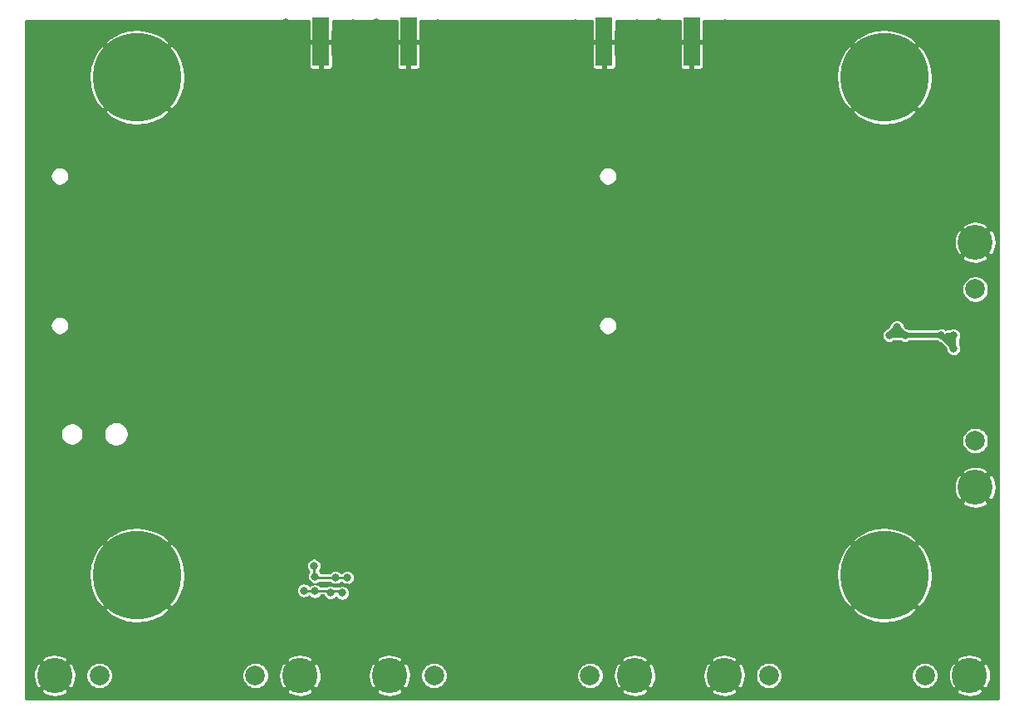
<source format=gbl>
G04 #@! TF.GenerationSoftware,KiCad,Pcbnew,(5.1.6)-1*
G04 #@! TF.CreationDate,2022-01-17T17:33:41-08:00*
G04 #@! TF.ProjectId,Attenuator Controller Board,41747465-6e75-4617-946f-7220436f6e74,rev?*
G04 #@! TF.SameCoordinates,Original*
G04 #@! TF.FileFunction,Copper,L2,Bot*
G04 #@! TF.FilePolarity,Positive*
%FSLAX46Y46*%
G04 Gerber Fmt 4.6, Leading zero omitted, Abs format (unit mm)*
G04 Created by KiCad (PCBNEW (5.1.6)-1) date 2022-01-17 17:33:41*
%MOMM*%
%LPD*%
G01*
G04 APERTURE LIST*
G04 #@! TA.AperFunction,WasherPad*
%ADD10C,2.000000*%
G04 #@! TD*
G04 #@! TA.AperFunction,ComponentPad*
%ADD11C,3.600000*%
G04 #@! TD*
G04 #@! TA.AperFunction,WasherPad*
%ADD12C,2.006600*%
G04 #@! TD*
G04 #@! TA.AperFunction,ComponentPad*
%ADD13C,3.556000*%
G04 #@! TD*
G04 #@! TA.AperFunction,SMDPad,CuDef*
%ADD14R,1.670000X5.000000*%
G04 #@! TD*
G04 #@! TA.AperFunction,ComponentPad*
%ADD15C,9.000000*%
G04 #@! TD*
G04 #@! TA.AperFunction,ViaPad*
%ADD16C,0.800000*%
G04 #@! TD*
G04 #@! TA.AperFunction,Conductor*
%ADD17C,0.250000*%
G04 #@! TD*
G04 #@! TA.AperFunction,Conductor*
%ADD18C,0.200000*%
G04 #@! TD*
G04 #@! TA.AperFunction,Conductor*
%ADD19C,0.500000*%
G04 #@! TD*
G04 #@! TA.AperFunction,Conductor*
%ADD20C,0.254000*%
G04 #@! TD*
G04 APERTURE END LIST*
D10*
X157941400Y-137231000D03*
X142041400Y-137231000D03*
D11*
X162491400Y-137231000D03*
X137491400Y-137231000D03*
D10*
X192072801Y-137231000D03*
X176172801Y-137231000D03*
D11*
X196622801Y-137231000D03*
X171622801Y-137231000D03*
D10*
X123810000Y-137231000D03*
X107910000Y-137231000D03*
D11*
X128360000Y-137231000D03*
X103360000Y-137231000D03*
D12*
X197201200Y-97805700D03*
X197201200Y-113274300D03*
D13*
X197201200Y-93043200D03*
X197201200Y-118036800D03*
D14*
X130485000Y-72560000D03*
X139435000Y-72560000D03*
X159355000Y-72560000D03*
X168305000Y-72560000D03*
D15*
X187960000Y-76200000D03*
X111760000Y-76200000D03*
X187960000Y-127000000D03*
X111760000Y-127000000D03*
D16*
X135850000Y-121910000D03*
X114700000Y-134790000D03*
X129320000Y-130030000D03*
X126230000Y-133120000D03*
X117945010Y-133284990D03*
X122600000Y-135140000D03*
X126200000Y-135070000D03*
X117620000Y-134950000D03*
X131500000Y-129980000D03*
X112170000Y-134890000D03*
X115805028Y-131634972D03*
X122425028Y-131634972D03*
X127199989Y-129640011D03*
X127199989Y-123840011D03*
X131787230Y-120742770D03*
X145810000Y-135100000D03*
X139520001Y-134509999D03*
X133285000Y-133625000D03*
X148590000Y-135150000D03*
X144720020Y-133449980D03*
X140721740Y-133308260D03*
X135920021Y-132859979D03*
X133160000Y-131090000D03*
X133760001Y-128815991D03*
X129308370Y-132808370D03*
X139500000Y-120800000D03*
X155040000Y-135270000D03*
X135545010Y-128365037D03*
X135630039Y-131209961D03*
X140850039Y-131209961D03*
X147630038Y-131799962D03*
X151030220Y-135200000D03*
X180470000Y-135179999D03*
X177099001Y-135280999D03*
X173860000Y-135290000D03*
X169959001Y-134480999D03*
X164549001Y-134480999D03*
X160450000Y-134850000D03*
X182700000Y-135090000D03*
X137195030Y-127954970D03*
X139890059Y-129559941D03*
X147781849Y-129618151D03*
X151279021Y-132830979D03*
X159079021Y-132830979D03*
X168559021Y-132830979D03*
X177609021Y-132830979D03*
X137896630Y-121436630D03*
X134695000Y-120755000D03*
X129547230Y-120742770D03*
X107220000Y-118090000D03*
X109350000Y-118090000D03*
X138845050Y-127909921D03*
X142910079Y-127909921D03*
X148407099Y-127909921D03*
X151678139Y-131180961D03*
X157859039Y-131180961D03*
X166049039Y-131180961D03*
X173549039Y-131180961D03*
X181137920Y-131180961D03*
X185129999Y-135179999D03*
X189220001Y-135179999D03*
X135970000Y-114060000D03*
X135960000Y-111350000D03*
X136940000Y-109480000D03*
X138180000Y-106300000D03*
X138520000Y-100400000D03*
X136500000Y-119900000D03*
X133260000Y-119440000D03*
X136910000Y-98660000D03*
X141560000Y-97580000D03*
X145892751Y-97797249D03*
X143650000Y-99530000D03*
X140820000Y-124900000D03*
X142740000Y-123260000D03*
X143100000Y-120370000D03*
X142070000Y-118090000D03*
X140350000Y-117750000D03*
X131860000Y-103230000D03*
X132620000Y-100270000D03*
X130230000Y-97180000D03*
X130230000Y-97180000D03*
X134284498Y-106540000D03*
X134500001Y-115370000D03*
X134500001Y-110720000D03*
X129020000Y-99120000D03*
X130356391Y-104273609D03*
X132798640Y-106715857D03*
X132834497Y-110540000D03*
X132834497Y-114840000D03*
X128390000Y-104930000D03*
X130840000Y-107600000D03*
X130890000Y-114300000D03*
X131694889Y-116435110D03*
X119000000Y-99140000D03*
X126580000Y-101734501D03*
X126939999Y-104829692D03*
X129387347Y-107932653D03*
X129389999Y-111980000D03*
X129795689Y-116634218D03*
X119200000Y-101190000D03*
X125290000Y-102800000D03*
X125690000Y-106020000D03*
X127870000Y-108180000D03*
X127860000Y-113380000D03*
X128890000Y-117910000D03*
X120460000Y-102780000D03*
X123170000Y-105670000D03*
X126320000Y-108890000D03*
X126350000Y-114810000D03*
X127430000Y-118620000D03*
X125016864Y-118282714D03*
X124905000Y-112620000D03*
X123770846Y-108369154D03*
X120690846Y-105289154D03*
X117690000Y-104950000D03*
X116460000Y-102730000D03*
X110310000Y-102770000D03*
X105630000Y-101390000D03*
X106410000Y-99740000D03*
X108990000Y-101150000D03*
X113080000Y-101170000D03*
X103770000Y-96430000D03*
X105165001Y-88664999D03*
X107560000Y-93390000D03*
X113300000Y-92350000D03*
X112450000Y-96950000D03*
X118440000Y-94940000D03*
X124920000Y-92060000D03*
X123120000Y-98230000D03*
X103060000Y-118060000D03*
X113380000Y-118100000D03*
X111350000Y-116040000D03*
X111380000Y-120210000D03*
X105130000Y-120120000D03*
X105150000Y-116050000D03*
X138130000Y-85940000D03*
X135510000Y-87950000D03*
X140940000Y-88090000D03*
X181858669Y-103170000D03*
X181858669Y-107671331D03*
X173314990Y-113615010D03*
X163734990Y-113615010D03*
X154611730Y-113615010D03*
X149423370Y-118803370D03*
X142609871Y-125629871D03*
X146249835Y-125659835D03*
X149586475Y-122323195D03*
X163206805Y-122323195D03*
X177223325Y-122323195D03*
X154005009Y-111964991D03*
X148116630Y-117776630D03*
X164525010Y-111964990D03*
X177909499Y-107199160D03*
X150269935Y-123973215D03*
X162356785Y-123973215D03*
X177476785Y-123973215D03*
X183508689Y-107771311D03*
X183820000Y-103210000D03*
X175230000Y-104240000D03*
X170370000Y-109370000D03*
X169540000Y-102770000D03*
X157660000Y-108350000D03*
X140580000Y-109390000D03*
X146040000Y-112440000D03*
X133800000Y-70680000D03*
X133800000Y-74950000D03*
X126930000Y-70640000D03*
X126900000Y-74830000D03*
X136100000Y-70620000D03*
X136580000Y-74760000D03*
X142380000Y-70680000D03*
X140620000Y-76760000D03*
X156460000Y-70700000D03*
X156490000Y-74730000D03*
X162710000Y-70690000D03*
X162670000Y-74990000D03*
X164950000Y-70620000D03*
X164950000Y-74940000D03*
X171680000Y-70680000D03*
X171480000Y-74880000D03*
X189450000Y-103740000D03*
X186270000Y-108180000D03*
X188060000Y-109930000D03*
X191190000Y-109860000D03*
X198860000Y-111850000D03*
X189120000Y-111850000D03*
X166200000Y-99330000D03*
X161430000Y-104010000D03*
X156110000Y-104300000D03*
X153850000Y-105020000D03*
X164950000Y-85960000D03*
X197110000Y-125750000D03*
X183150000Y-90510000D03*
X168660000Y-81360000D03*
X179010000Y-74890000D03*
X196630000Y-80290000D03*
X118270000Y-111530000D03*
X120530000Y-124150000D03*
X102590000Y-128640000D03*
X146440000Y-79220000D03*
X137490000Y-77970000D03*
X122570000Y-78790000D03*
X118350000Y-72260000D03*
X102820000Y-73270000D03*
X101800000Y-81210000D03*
X139600000Y-104870000D03*
X173690000Y-90200000D03*
X148600000Y-82250000D03*
X173740000Y-92360000D03*
X192390000Y-98940000D03*
X193560000Y-100110000D03*
X194605000Y-101155000D03*
X199070000Y-99230000D03*
X193120000Y-95350000D03*
X190560000Y-84380000D03*
X161430000Y-92410000D03*
X155920000Y-97950000D03*
X142610000Y-78540000D03*
X146000000Y-76480000D03*
X175470000Y-88160000D03*
X153450000Y-84370000D03*
X159900000Y-90640000D03*
X152630000Y-97960000D03*
X149220000Y-101600000D03*
X149090000Y-79300000D03*
X144920000Y-81200000D03*
X183508689Y-118271311D03*
X181858669Y-117381331D03*
X178236070Y-109206070D03*
X173143669Y-111964990D03*
X146690000Y-82430000D03*
X134930000Y-82770000D03*
X134160000Y-81090000D03*
X131700000Y-88010000D03*
X146660000Y-94300000D03*
X160720000Y-76950000D03*
X161510000Y-78530000D03*
X157190000Y-76930000D03*
X156520000Y-78600000D03*
X154670000Y-74480000D03*
X153950000Y-76060000D03*
X148860000Y-74540000D03*
X149630000Y-76040000D03*
X146220000Y-102530000D03*
X147710000Y-105920000D03*
X147880000Y-97990000D03*
X151350000Y-94500000D03*
X151340000Y-87190000D03*
X151950000Y-79240000D03*
X151070000Y-97040000D03*
X153010000Y-91940000D03*
X138220000Y-90900000D03*
X136270000Y-92460000D03*
X142920000Y-92590000D03*
X142720000Y-90830000D03*
X144800000Y-89430000D03*
X144560000Y-85270000D03*
X147030000Y-85370000D03*
X146710000Y-89520000D03*
X130760000Y-93080000D03*
X175420000Y-94230000D03*
X193810000Y-109120000D03*
X190080000Y-107060000D03*
X181858669Y-105351331D03*
X194997840Y-102512160D03*
X188447840Y-102512160D03*
X193739999Y-102520000D03*
X190060000Y-102520000D03*
X189240000Y-101650000D03*
X195000000Y-103870000D03*
X129890000Y-128640000D03*
X132660000Y-128800000D03*
X131460000Y-128750000D03*
X128750000Y-128560000D03*
X133170000Y-127230000D03*
X131980000Y-127230000D03*
X129790000Y-126030000D03*
X129884975Y-127135025D03*
D17*
X135850000Y-121910000D02*
X135850000Y-126500000D01*
X133518001Y-126504999D02*
X135250000Y-128236998D01*
X132350000Y-126500000D02*
X132336501Y-126513499D01*
X135850000Y-126500000D02*
X132350000Y-126500000D01*
X132575000Y-126751998D02*
X132821999Y-126504999D01*
X132336501Y-126513499D02*
X132575000Y-126751998D01*
X132821999Y-126504999D02*
X133518001Y-126504999D01*
D18*
X132316001Y-127930001D02*
X129690001Y-127930001D01*
X129690001Y-127930001D02*
X128450000Y-126690000D01*
X133546998Y-128236998D02*
X133240001Y-127930001D01*
X135250000Y-128236998D02*
X133546998Y-128236998D01*
X132360001Y-127930001D02*
X132338001Y-127908001D01*
X133240001Y-127930001D02*
X132360001Y-127930001D01*
X132338001Y-127908001D02*
X132316001Y-127930001D01*
X128450000Y-126690000D02*
X128450000Y-126010000D01*
D17*
X192390000Y-98940000D02*
X193560000Y-100110000D01*
D19*
X189237840Y-101652160D02*
X189240000Y-101650000D01*
X189237840Y-102512160D02*
X189237840Y-101652160D01*
X188447840Y-102512160D02*
X189237840Y-102512160D01*
X194267840Y-102512160D02*
X194997840Y-102512160D01*
X189237840Y-102512160D02*
X193407840Y-102512160D01*
X195000000Y-102514320D02*
X194997840Y-102512160D01*
X195000000Y-103870000D02*
X195000000Y-102514320D01*
X195000000Y-103780001D02*
X193739999Y-102520000D01*
X195000000Y-103870000D02*
X195000000Y-103780001D01*
X194997840Y-102512160D02*
X194777840Y-102512160D01*
X194777840Y-102512160D02*
X194470000Y-102820000D01*
X194470000Y-102820000D02*
X194500000Y-102820000D01*
X194500000Y-102820000D02*
X194750000Y-103070000D01*
X188447840Y-102442160D02*
X189240000Y-101650000D01*
X188447840Y-102512160D02*
X188447840Y-102442160D01*
X189240000Y-101700000D02*
X190060000Y-102520000D01*
X189240000Y-101650000D02*
X189240000Y-101700000D01*
D17*
X129910000Y-128560000D02*
X132420000Y-128560000D01*
X132420000Y-128560000D02*
X132660000Y-128800000D01*
X129910000Y-128560000D02*
X129510000Y-128560000D01*
X129910000Y-128560000D02*
X128750000Y-128560000D01*
X129790000Y-127230000D02*
X129790000Y-126030000D01*
X129790000Y-127230000D02*
X131980000Y-127230000D01*
X131980000Y-127230000D02*
X133170000Y-127230000D01*
D20*
G36*
X129273000Y-72338750D02*
G01*
X129367250Y-72433000D01*
X130358000Y-72433000D01*
X130358000Y-72413000D01*
X130612000Y-72413000D01*
X130612000Y-72433000D01*
X131602750Y-72433000D01*
X131697000Y-72338750D01*
X131698550Y-70402000D01*
X138221450Y-70402000D01*
X138223000Y-72338750D01*
X138317250Y-72433000D01*
X139308000Y-72433000D01*
X139308000Y-72413000D01*
X139562000Y-72413000D01*
X139562000Y-72433000D01*
X140552750Y-72433000D01*
X140647000Y-72338750D01*
X140648550Y-70402000D01*
X158141450Y-70402000D01*
X158143000Y-72338750D01*
X158237250Y-72433000D01*
X159228000Y-72433000D01*
X159228000Y-72413000D01*
X159482000Y-72413000D01*
X159482000Y-72433000D01*
X160472750Y-72433000D01*
X160567000Y-72338750D01*
X160568550Y-70402000D01*
X167091450Y-70402000D01*
X167093000Y-72338750D01*
X167187250Y-72433000D01*
X168178000Y-72433000D01*
X168178000Y-72413000D01*
X168432000Y-72413000D01*
X168432000Y-72433000D01*
X169422750Y-72433000D01*
X169517000Y-72338750D01*
X169518550Y-70402000D01*
X199598000Y-70402000D01*
X199598001Y-139598000D01*
X100402000Y-139598000D01*
X100402000Y-138798251D01*
X101972354Y-138798251D01*
X102179114Y-139072416D01*
X102561046Y-139267413D01*
X102973683Y-139384152D01*
X103401165Y-139418146D01*
X103827065Y-139368090D01*
X104235016Y-139235907D01*
X104540886Y-139072416D01*
X104747646Y-138798251D01*
X126972354Y-138798251D01*
X127179114Y-139072416D01*
X127561046Y-139267413D01*
X127973683Y-139384152D01*
X128401165Y-139418146D01*
X128827065Y-139368090D01*
X129235016Y-139235907D01*
X129540886Y-139072416D01*
X129747646Y-138798251D01*
X136103754Y-138798251D01*
X136310514Y-139072416D01*
X136692446Y-139267413D01*
X137105083Y-139384152D01*
X137532565Y-139418146D01*
X137958465Y-139368090D01*
X138366416Y-139235907D01*
X138672286Y-139072416D01*
X138879046Y-138798251D01*
X161103754Y-138798251D01*
X161310514Y-139072416D01*
X161692446Y-139267413D01*
X162105083Y-139384152D01*
X162532565Y-139418146D01*
X162958465Y-139368090D01*
X163366416Y-139235907D01*
X163672286Y-139072416D01*
X163879046Y-138798251D01*
X170235155Y-138798251D01*
X170441915Y-139072416D01*
X170823847Y-139267413D01*
X171236484Y-139384152D01*
X171663966Y-139418146D01*
X172089866Y-139368090D01*
X172497817Y-139235907D01*
X172803687Y-139072416D01*
X173010447Y-138798251D01*
X195235155Y-138798251D01*
X195441915Y-139072416D01*
X195823847Y-139267413D01*
X196236484Y-139384152D01*
X196663966Y-139418146D01*
X197089866Y-139368090D01*
X197497817Y-139235907D01*
X197803687Y-139072416D01*
X198010447Y-138798251D01*
X196622801Y-137410605D01*
X195235155Y-138798251D01*
X173010447Y-138798251D01*
X171622801Y-137410605D01*
X170235155Y-138798251D01*
X163879046Y-138798251D01*
X162491400Y-137410605D01*
X161103754Y-138798251D01*
X138879046Y-138798251D01*
X137491400Y-137410605D01*
X136103754Y-138798251D01*
X129747646Y-138798251D01*
X128360000Y-137410605D01*
X126972354Y-138798251D01*
X104747646Y-138798251D01*
X103360000Y-137410605D01*
X101972354Y-138798251D01*
X100402000Y-138798251D01*
X100402000Y-137272165D01*
X101172854Y-137272165D01*
X101222910Y-137698065D01*
X101355093Y-138106016D01*
X101518584Y-138411886D01*
X101792749Y-138618646D01*
X103180395Y-137231000D01*
X103539605Y-137231000D01*
X104927251Y-138618646D01*
X105201416Y-138411886D01*
X105396413Y-138029954D01*
X105513152Y-137617317D01*
X105547146Y-137189835D01*
X105536045Y-137095377D01*
X106533000Y-137095377D01*
X106533000Y-137366623D01*
X106585917Y-137632656D01*
X106689718Y-137883254D01*
X106840414Y-138108787D01*
X107032213Y-138300586D01*
X107257746Y-138451282D01*
X107508344Y-138555083D01*
X107774377Y-138608000D01*
X108045623Y-138608000D01*
X108311656Y-138555083D01*
X108562254Y-138451282D01*
X108787787Y-138300586D01*
X108979586Y-138108787D01*
X109130282Y-137883254D01*
X109234083Y-137632656D01*
X109287000Y-137366623D01*
X109287000Y-137095377D01*
X122433000Y-137095377D01*
X122433000Y-137366623D01*
X122485917Y-137632656D01*
X122589718Y-137883254D01*
X122740414Y-138108787D01*
X122932213Y-138300586D01*
X123157746Y-138451282D01*
X123408344Y-138555083D01*
X123674377Y-138608000D01*
X123945623Y-138608000D01*
X124211656Y-138555083D01*
X124462254Y-138451282D01*
X124687787Y-138300586D01*
X124879586Y-138108787D01*
X125030282Y-137883254D01*
X125134083Y-137632656D01*
X125187000Y-137366623D01*
X125187000Y-137272165D01*
X126172854Y-137272165D01*
X126222910Y-137698065D01*
X126355093Y-138106016D01*
X126518584Y-138411886D01*
X126792749Y-138618646D01*
X128180395Y-137231000D01*
X128539605Y-137231000D01*
X129927251Y-138618646D01*
X130201416Y-138411886D01*
X130396413Y-138029954D01*
X130513152Y-137617317D01*
X130540598Y-137272165D01*
X135304254Y-137272165D01*
X135354310Y-137698065D01*
X135486493Y-138106016D01*
X135649984Y-138411886D01*
X135924149Y-138618646D01*
X137311795Y-137231000D01*
X137671005Y-137231000D01*
X139058651Y-138618646D01*
X139332816Y-138411886D01*
X139527813Y-138029954D01*
X139644552Y-137617317D01*
X139678546Y-137189835D01*
X139667445Y-137095377D01*
X140664400Y-137095377D01*
X140664400Y-137366623D01*
X140717317Y-137632656D01*
X140821118Y-137883254D01*
X140971814Y-138108787D01*
X141163613Y-138300586D01*
X141389146Y-138451282D01*
X141639744Y-138555083D01*
X141905777Y-138608000D01*
X142177023Y-138608000D01*
X142443056Y-138555083D01*
X142693654Y-138451282D01*
X142919187Y-138300586D01*
X143110986Y-138108787D01*
X143261682Y-137883254D01*
X143365483Y-137632656D01*
X143418400Y-137366623D01*
X143418400Y-137095377D01*
X156564400Y-137095377D01*
X156564400Y-137366623D01*
X156617317Y-137632656D01*
X156721118Y-137883254D01*
X156871814Y-138108787D01*
X157063613Y-138300586D01*
X157289146Y-138451282D01*
X157539744Y-138555083D01*
X157805777Y-138608000D01*
X158077023Y-138608000D01*
X158343056Y-138555083D01*
X158593654Y-138451282D01*
X158819187Y-138300586D01*
X159010986Y-138108787D01*
X159161682Y-137883254D01*
X159265483Y-137632656D01*
X159318400Y-137366623D01*
X159318400Y-137272165D01*
X160304254Y-137272165D01*
X160354310Y-137698065D01*
X160486493Y-138106016D01*
X160649984Y-138411886D01*
X160924149Y-138618646D01*
X162311795Y-137231000D01*
X162671005Y-137231000D01*
X164058651Y-138618646D01*
X164332816Y-138411886D01*
X164527813Y-138029954D01*
X164644552Y-137617317D01*
X164671998Y-137272165D01*
X169435655Y-137272165D01*
X169485711Y-137698065D01*
X169617894Y-138106016D01*
X169781385Y-138411886D01*
X170055550Y-138618646D01*
X171443196Y-137231000D01*
X171802406Y-137231000D01*
X173190052Y-138618646D01*
X173464217Y-138411886D01*
X173659214Y-138029954D01*
X173775953Y-137617317D01*
X173809947Y-137189835D01*
X173798846Y-137095377D01*
X174795801Y-137095377D01*
X174795801Y-137366623D01*
X174848718Y-137632656D01*
X174952519Y-137883254D01*
X175103215Y-138108787D01*
X175295014Y-138300586D01*
X175520547Y-138451282D01*
X175771145Y-138555083D01*
X176037178Y-138608000D01*
X176308424Y-138608000D01*
X176574457Y-138555083D01*
X176825055Y-138451282D01*
X177050588Y-138300586D01*
X177242387Y-138108787D01*
X177393083Y-137883254D01*
X177496884Y-137632656D01*
X177549801Y-137366623D01*
X177549801Y-137095377D01*
X190695801Y-137095377D01*
X190695801Y-137366623D01*
X190748718Y-137632656D01*
X190852519Y-137883254D01*
X191003215Y-138108787D01*
X191195014Y-138300586D01*
X191420547Y-138451282D01*
X191671145Y-138555083D01*
X191937178Y-138608000D01*
X192208424Y-138608000D01*
X192474457Y-138555083D01*
X192725055Y-138451282D01*
X192950588Y-138300586D01*
X193142387Y-138108787D01*
X193293083Y-137883254D01*
X193396884Y-137632656D01*
X193449801Y-137366623D01*
X193449801Y-137272165D01*
X194435655Y-137272165D01*
X194485711Y-137698065D01*
X194617894Y-138106016D01*
X194781385Y-138411886D01*
X195055550Y-138618646D01*
X196443196Y-137231000D01*
X196802406Y-137231000D01*
X198190052Y-138618646D01*
X198464217Y-138411886D01*
X198659214Y-138029954D01*
X198775953Y-137617317D01*
X198809947Y-137189835D01*
X198759891Y-136763935D01*
X198627708Y-136355984D01*
X198464217Y-136050114D01*
X198190052Y-135843354D01*
X196802406Y-137231000D01*
X196443196Y-137231000D01*
X195055550Y-135843354D01*
X194781385Y-136050114D01*
X194586388Y-136432046D01*
X194469649Y-136844683D01*
X194435655Y-137272165D01*
X193449801Y-137272165D01*
X193449801Y-137095377D01*
X193396884Y-136829344D01*
X193293083Y-136578746D01*
X193142387Y-136353213D01*
X192950588Y-136161414D01*
X192725055Y-136010718D01*
X192474457Y-135906917D01*
X192208424Y-135854000D01*
X191937178Y-135854000D01*
X191671145Y-135906917D01*
X191420547Y-136010718D01*
X191195014Y-136161414D01*
X191003215Y-136353213D01*
X190852519Y-136578746D01*
X190748718Y-136829344D01*
X190695801Y-137095377D01*
X177549801Y-137095377D01*
X177496884Y-136829344D01*
X177393083Y-136578746D01*
X177242387Y-136353213D01*
X177050588Y-136161414D01*
X176825055Y-136010718D01*
X176574457Y-135906917D01*
X176308424Y-135854000D01*
X176037178Y-135854000D01*
X175771145Y-135906917D01*
X175520547Y-136010718D01*
X175295014Y-136161414D01*
X175103215Y-136353213D01*
X174952519Y-136578746D01*
X174848718Y-136829344D01*
X174795801Y-137095377D01*
X173798846Y-137095377D01*
X173759891Y-136763935D01*
X173627708Y-136355984D01*
X173464217Y-136050114D01*
X173190052Y-135843354D01*
X171802406Y-137231000D01*
X171443196Y-137231000D01*
X170055550Y-135843354D01*
X169781385Y-136050114D01*
X169586388Y-136432046D01*
X169469649Y-136844683D01*
X169435655Y-137272165D01*
X164671998Y-137272165D01*
X164678546Y-137189835D01*
X164628490Y-136763935D01*
X164496307Y-136355984D01*
X164332816Y-136050114D01*
X164058651Y-135843354D01*
X162671005Y-137231000D01*
X162311795Y-137231000D01*
X160924149Y-135843354D01*
X160649984Y-136050114D01*
X160454987Y-136432046D01*
X160338248Y-136844683D01*
X160304254Y-137272165D01*
X159318400Y-137272165D01*
X159318400Y-137095377D01*
X159265483Y-136829344D01*
X159161682Y-136578746D01*
X159010986Y-136353213D01*
X158819187Y-136161414D01*
X158593654Y-136010718D01*
X158343056Y-135906917D01*
X158077023Y-135854000D01*
X157805777Y-135854000D01*
X157539744Y-135906917D01*
X157289146Y-136010718D01*
X157063613Y-136161414D01*
X156871814Y-136353213D01*
X156721118Y-136578746D01*
X156617317Y-136829344D01*
X156564400Y-137095377D01*
X143418400Y-137095377D01*
X143365483Y-136829344D01*
X143261682Y-136578746D01*
X143110986Y-136353213D01*
X142919187Y-136161414D01*
X142693654Y-136010718D01*
X142443056Y-135906917D01*
X142177023Y-135854000D01*
X141905777Y-135854000D01*
X141639744Y-135906917D01*
X141389146Y-136010718D01*
X141163613Y-136161414D01*
X140971814Y-136353213D01*
X140821118Y-136578746D01*
X140717317Y-136829344D01*
X140664400Y-137095377D01*
X139667445Y-137095377D01*
X139628490Y-136763935D01*
X139496307Y-136355984D01*
X139332816Y-136050114D01*
X139058651Y-135843354D01*
X137671005Y-137231000D01*
X137311795Y-137231000D01*
X135924149Y-135843354D01*
X135649984Y-136050114D01*
X135454987Y-136432046D01*
X135338248Y-136844683D01*
X135304254Y-137272165D01*
X130540598Y-137272165D01*
X130547146Y-137189835D01*
X130497090Y-136763935D01*
X130364907Y-136355984D01*
X130201416Y-136050114D01*
X129927251Y-135843354D01*
X128539605Y-137231000D01*
X128180395Y-137231000D01*
X126792749Y-135843354D01*
X126518584Y-136050114D01*
X126323587Y-136432046D01*
X126206848Y-136844683D01*
X126172854Y-137272165D01*
X125187000Y-137272165D01*
X125187000Y-137095377D01*
X125134083Y-136829344D01*
X125030282Y-136578746D01*
X124879586Y-136353213D01*
X124687787Y-136161414D01*
X124462254Y-136010718D01*
X124211656Y-135906917D01*
X123945623Y-135854000D01*
X123674377Y-135854000D01*
X123408344Y-135906917D01*
X123157746Y-136010718D01*
X122932213Y-136161414D01*
X122740414Y-136353213D01*
X122589718Y-136578746D01*
X122485917Y-136829344D01*
X122433000Y-137095377D01*
X109287000Y-137095377D01*
X109234083Y-136829344D01*
X109130282Y-136578746D01*
X108979586Y-136353213D01*
X108787787Y-136161414D01*
X108562254Y-136010718D01*
X108311656Y-135906917D01*
X108045623Y-135854000D01*
X107774377Y-135854000D01*
X107508344Y-135906917D01*
X107257746Y-136010718D01*
X107032213Y-136161414D01*
X106840414Y-136353213D01*
X106689718Y-136578746D01*
X106585917Y-136829344D01*
X106533000Y-137095377D01*
X105536045Y-137095377D01*
X105497090Y-136763935D01*
X105364907Y-136355984D01*
X105201416Y-136050114D01*
X104927251Y-135843354D01*
X103539605Y-137231000D01*
X103180395Y-137231000D01*
X101792749Y-135843354D01*
X101518584Y-136050114D01*
X101323587Y-136432046D01*
X101206848Y-136844683D01*
X101172854Y-137272165D01*
X100402000Y-137272165D01*
X100402000Y-135663749D01*
X101972354Y-135663749D01*
X103360000Y-137051395D01*
X104747646Y-135663749D01*
X126972354Y-135663749D01*
X128360000Y-137051395D01*
X129747646Y-135663749D01*
X136103754Y-135663749D01*
X137491400Y-137051395D01*
X138879046Y-135663749D01*
X161103754Y-135663749D01*
X162491400Y-137051395D01*
X163879046Y-135663749D01*
X170235155Y-135663749D01*
X171622801Y-137051395D01*
X173010447Y-135663749D01*
X195235155Y-135663749D01*
X196622801Y-137051395D01*
X198010447Y-135663749D01*
X197803687Y-135389584D01*
X197421755Y-135194587D01*
X197009118Y-135077848D01*
X196581636Y-135043854D01*
X196155736Y-135093910D01*
X195747785Y-135226093D01*
X195441915Y-135389584D01*
X195235155Y-135663749D01*
X173010447Y-135663749D01*
X172803687Y-135389584D01*
X172421755Y-135194587D01*
X172009118Y-135077848D01*
X171581636Y-135043854D01*
X171155736Y-135093910D01*
X170747785Y-135226093D01*
X170441915Y-135389584D01*
X170235155Y-135663749D01*
X163879046Y-135663749D01*
X163672286Y-135389584D01*
X163290354Y-135194587D01*
X162877717Y-135077848D01*
X162450235Y-135043854D01*
X162024335Y-135093910D01*
X161616384Y-135226093D01*
X161310514Y-135389584D01*
X161103754Y-135663749D01*
X138879046Y-135663749D01*
X138672286Y-135389584D01*
X138290354Y-135194587D01*
X137877717Y-135077848D01*
X137450235Y-135043854D01*
X137024335Y-135093910D01*
X136616384Y-135226093D01*
X136310514Y-135389584D01*
X136103754Y-135663749D01*
X129747646Y-135663749D01*
X129540886Y-135389584D01*
X129158954Y-135194587D01*
X128746317Y-135077848D01*
X128318835Y-135043854D01*
X127892935Y-135093910D01*
X127484984Y-135226093D01*
X127179114Y-135389584D01*
X126972354Y-135663749D01*
X104747646Y-135663749D01*
X104540886Y-135389584D01*
X104158954Y-135194587D01*
X103746317Y-135077848D01*
X103318835Y-135043854D01*
X102892935Y-135093910D01*
X102484984Y-135226093D01*
X102179114Y-135389584D01*
X101972354Y-135663749D01*
X100402000Y-135663749D01*
X100402000Y-130487217D01*
X108452388Y-130487217D01*
X108983213Y-131037984D01*
X109824340Y-131502120D01*
X110739854Y-131793241D01*
X111694571Y-131900162D01*
X112651802Y-131818771D01*
X113574762Y-131552197D01*
X114427981Y-131110685D01*
X114536787Y-131037984D01*
X115067612Y-130487217D01*
X184652388Y-130487217D01*
X185183213Y-131037984D01*
X186024340Y-131502120D01*
X186939854Y-131793241D01*
X187894571Y-131900162D01*
X188851802Y-131818771D01*
X189774762Y-131552197D01*
X190627981Y-131110685D01*
X190736787Y-131037984D01*
X191267612Y-130487217D01*
X187960000Y-127179605D01*
X184652388Y-130487217D01*
X115067612Y-130487217D01*
X111760000Y-127179605D01*
X108452388Y-130487217D01*
X100402000Y-130487217D01*
X100402000Y-126934571D01*
X106859838Y-126934571D01*
X106941229Y-127891802D01*
X107207803Y-128814762D01*
X107649315Y-129667981D01*
X107722016Y-129776787D01*
X108272783Y-130307612D01*
X111580395Y-127000000D01*
X111939605Y-127000000D01*
X115247217Y-130307612D01*
X115797984Y-129776787D01*
X116262120Y-128935660D01*
X116405909Y-128483472D01*
X127973000Y-128483472D01*
X127973000Y-128636528D01*
X128002859Y-128786643D01*
X128061431Y-128928048D01*
X128146464Y-129055309D01*
X128254691Y-129163536D01*
X128381952Y-129248569D01*
X128523357Y-129307141D01*
X128673472Y-129337000D01*
X128826528Y-129337000D01*
X128976643Y-129307141D01*
X129118048Y-129248569D01*
X129245309Y-129163536D01*
X129281286Y-129127559D01*
X129286464Y-129135309D01*
X129394691Y-129243536D01*
X129521952Y-129328569D01*
X129663357Y-129387141D01*
X129813472Y-129417000D01*
X129966528Y-129417000D01*
X130116643Y-129387141D01*
X130258048Y-129328569D01*
X130385309Y-129243536D01*
X130493536Y-129135309D01*
X130542519Y-129062000D01*
X130748215Y-129062000D01*
X130771431Y-129118048D01*
X130856464Y-129245309D01*
X130964691Y-129353536D01*
X131091952Y-129438569D01*
X131233357Y-129497141D01*
X131383472Y-129527000D01*
X131536528Y-129527000D01*
X131686643Y-129497141D01*
X131828048Y-129438569D01*
X131955309Y-129353536D01*
X132039269Y-129269576D01*
X132056464Y-129295309D01*
X132164691Y-129403536D01*
X132291952Y-129488569D01*
X132433357Y-129547141D01*
X132583472Y-129577000D01*
X132736528Y-129577000D01*
X132886643Y-129547141D01*
X133028048Y-129488569D01*
X133155309Y-129403536D01*
X133263536Y-129295309D01*
X133348569Y-129168048D01*
X133407141Y-129026643D01*
X133437000Y-128876528D01*
X133437000Y-128723472D01*
X133407141Y-128573357D01*
X133348569Y-128431952D01*
X133263536Y-128304691D01*
X133155309Y-128196464D01*
X133028048Y-128111431D01*
X132886643Y-128052859D01*
X132736528Y-128023000D01*
X132583472Y-128023000D01*
X132433357Y-128052859D01*
X132425498Y-128056114D01*
X132420000Y-128055573D01*
X132395357Y-128058000D01*
X131819765Y-128058000D01*
X131686643Y-128002859D01*
X131536528Y-127973000D01*
X131383472Y-127973000D01*
X131233357Y-128002859D01*
X131100235Y-128058000D01*
X130406845Y-128058000D01*
X130385309Y-128036464D01*
X130258048Y-127951431D01*
X130116643Y-127892859D01*
X130087251Y-127887013D01*
X130111618Y-127882166D01*
X130253023Y-127823594D01*
X130380284Y-127738561D01*
X130386845Y-127732000D01*
X131383155Y-127732000D01*
X131484691Y-127833536D01*
X131611952Y-127918569D01*
X131753357Y-127977141D01*
X131903472Y-128007000D01*
X132056528Y-128007000D01*
X132206643Y-127977141D01*
X132348048Y-127918569D01*
X132475309Y-127833536D01*
X132575000Y-127733845D01*
X132674691Y-127833536D01*
X132801952Y-127918569D01*
X132943357Y-127977141D01*
X133093472Y-128007000D01*
X133246528Y-128007000D01*
X133396643Y-127977141D01*
X133538048Y-127918569D01*
X133665309Y-127833536D01*
X133773536Y-127725309D01*
X133858569Y-127598048D01*
X133917141Y-127456643D01*
X133947000Y-127306528D01*
X133947000Y-127153472D01*
X133917141Y-127003357D01*
X133888649Y-126934571D01*
X183059838Y-126934571D01*
X183141229Y-127891802D01*
X183407803Y-128814762D01*
X183849315Y-129667981D01*
X183922016Y-129776787D01*
X184472783Y-130307612D01*
X187780395Y-127000000D01*
X188139605Y-127000000D01*
X191447217Y-130307612D01*
X191997984Y-129776787D01*
X192462120Y-128935660D01*
X192753241Y-128020146D01*
X192860162Y-127065429D01*
X192778771Y-126108198D01*
X192512197Y-125185238D01*
X192070685Y-124332019D01*
X191997984Y-124223213D01*
X191447217Y-123692388D01*
X188139605Y-127000000D01*
X187780395Y-127000000D01*
X184472783Y-123692388D01*
X183922016Y-124223213D01*
X183457880Y-125064340D01*
X183166759Y-125979854D01*
X183059838Y-126934571D01*
X133888649Y-126934571D01*
X133858569Y-126861952D01*
X133773536Y-126734691D01*
X133665309Y-126626464D01*
X133538048Y-126541431D01*
X133396643Y-126482859D01*
X133246528Y-126453000D01*
X133093472Y-126453000D01*
X132943357Y-126482859D01*
X132801952Y-126541431D01*
X132674691Y-126626464D01*
X132575000Y-126726155D01*
X132475309Y-126626464D01*
X132348048Y-126541431D01*
X132206643Y-126482859D01*
X132056528Y-126453000D01*
X131903472Y-126453000D01*
X131753357Y-126482859D01*
X131611952Y-126541431D01*
X131484691Y-126626464D01*
X131383155Y-126728000D01*
X130547500Y-126728000D01*
X130488511Y-126639716D01*
X130383820Y-126535025D01*
X130393536Y-126525309D01*
X130478569Y-126398048D01*
X130537141Y-126256643D01*
X130567000Y-126106528D01*
X130567000Y-125953472D01*
X130537141Y-125803357D01*
X130478569Y-125661952D01*
X130393536Y-125534691D01*
X130285309Y-125426464D01*
X130158048Y-125341431D01*
X130016643Y-125282859D01*
X129866528Y-125253000D01*
X129713472Y-125253000D01*
X129563357Y-125282859D01*
X129421952Y-125341431D01*
X129294691Y-125426464D01*
X129186464Y-125534691D01*
X129101431Y-125661952D01*
X129042859Y-125803357D01*
X129013000Y-125953472D01*
X129013000Y-126106528D01*
X129042859Y-126256643D01*
X129101431Y-126398048D01*
X129186464Y-126525309D01*
X129288001Y-126626846D01*
X129288000Y-126633155D01*
X129281439Y-126639716D01*
X129196406Y-126766977D01*
X129137834Y-126908382D01*
X129107975Y-127058497D01*
X129107975Y-127211553D01*
X129137834Y-127361668D01*
X129196406Y-127503073D01*
X129281439Y-127630334D01*
X129389666Y-127738561D01*
X129516927Y-127823594D01*
X129658332Y-127882166D01*
X129687724Y-127888012D01*
X129663357Y-127892859D01*
X129521952Y-127951431D01*
X129394691Y-128036464D01*
X129373155Y-128058000D01*
X129346845Y-128058000D01*
X129245309Y-127956464D01*
X129118048Y-127871431D01*
X128976643Y-127812859D01*
X128826528Y-127783000D01*
X128673472Y-127783000D01*
X128523357Y-127812859D01*
X128381952Y-127871431D01*
X128254691Y-127956464D01*
X128146464Y-128064691D01*
X128061431Y-128191952D01*
X128002859Y-128333357D01*
X127973000Y-128483472D01*
X116405909Y-128483472D01*
X116553241Y-128020146D01*
X116660162Y-127065429D01*
X116578771Y-126108198D01*
X116312197Y-125185238D01*
X115870685Y-124332019D01*
X115797984Y-124223213D01*
X115247217Y-123692388D01*
X111939605Y-127000000D01*
X111580395Y-127000000D01*
X108272783Y-123692388D01*
X107722016Y-124223213D01*
X107257880Y-125064340D01*
X106966759Y-125979854D01*
X106859838Y-126934571D01*
X100402000Y-126934571D01*
X100402000Y-123512783D01*
X108452388Y-123512783D01*
X111760000Y-126820395D01*
X115067612Y-123512783D01*
X184652388Y-123512783D01*
X187960000Y-126820395D01*
X191267612Y-123512783D01*
X190736787Y-122962016D01*
X189895660Y-122497880D01*
X188980146Y-122206759D01*
X188025429Y-122099838D01*
X187068198Y-122181229D01*
X186145238Y-122447803D01*
X185292019Y-122889315D01*
X185183213Y-122962016D01*
X184652388Y-123512783D01*
X115067612Y-123512783D01*
X114536787Y-122962016D01*
X113695660Y-122497880D01*
X112780146Y-122206759D01*
X111825429Y-122099838D01*
X110868198Y-122181229D01*
X109945238Y-122447803D01*
X109092019Y-122889315D01*
X108983213Y-122962016D01*
X108452388Y-123512783D01*
X100402000Y-123512783D01*
X100402000Y-119588390D01*
X195829215Y-119588390D01*
X196033330Y-119860301D01*
X196411517Y-120053104D01*
X196820052Y-120168420D01*
X197243235Y-120201820D01*
X197664801Y-120152019D01*
X198068552Y-120020931D01*
X198369070Y-119860301D01*
X198573185Y-119588390D01*
X197201200Y-118216405D01*
X195829215Y-119588390D01*
X100402000Y-119588390D01*
X100402000Y-118078835D01*
X195036180Y-118078835D01*
X195085981Y-118500401D01*
X195217069Y-118904152D01*
X195377699Y-119204670D01*
X195649610Y-119408785D01*
X197021595Y-118036800D01*
X197380805Y-118036800D01*
X198752790Y-119408785D01*
X199024701Y-119204670D01*
X199217504Y-118826483D01*
X199332820Y-118417948D01*
X199366220Y-117994765D01*
X199316419Y-117573199D01*
X199185331Y-117169448D01*
X199024701Y-116868930D01*
X198752790Y-116664815D01*
X197380805Y-118036800D01*
X197021595Y-118036800D01*
X195649610Y-116664815D01*
X195377699Y-116868930D01*
X195184896Y-117247117D01*
X195069580Y-117655652D01*
X195036180Y-118078835D01*
X100402000Y-118078835D01*
X100402000Y-116485210D01*
X195829215Y-116485210D01*
X197201200Y-117857195D01*
X198573185Y-116485210D01*
X198369070Y-116213299D01*
X197990883Y-116020496D01*
X197582348Y-115905180D01*
X197159165Y-115871780D01*
X196737599Y-115921581D01*
X196333848Y-116052669D01*
X196033330Y-116213299D01*
X195829215Y-116485210D01*
X100402000Y-116485210D01*
X100402000Y-112474076D01*
X103943000Y-112474076D01*
X103943000Y-112705924D01*
X103988231Y-112933318D01*
X104076956Y-113147519D01*
X104205764Y-113340294D01*
X104369706Y-113504236D01*
X104562481Y-113633044D01*
X104776682Y-113721769D01*
X105004076Y-113767000D01*
X105235924Y-113767000D01*
X105463318Y-113721769D01*
X105677519Y-113633044D01*
X105870294Y-113504236D01*
X106034236Y-113340294D01*
X106163044Y-113147519D01*
X106251769Y-112933318D01*
X106297000Y-112705924D01*
X106297000Y-112474076D01*
X106295041Y-112464226D01*
X108343000Y-112464226D01*
X108343000Y-112715774D01*
X108392074Y-112962487D01*
X108488337Y-113194886D01*
X108628089Y-113404040D01*
X108805960Y-113581911D01*
X109015114Y-113721663D01*
X109247513Y-113817926D01*
X109494226Y-113867000D01*
X109745774Y-113867000D01*
X109992487Y-113817926D01*
X110224886Y-113721663D01*
X110434040Y-113581911D01*
X110611911Y-113404040D01*
X110751663Y-113194886D01*
X110775080Y-113138352D01*
X195820900Y-113138352D01*
X195820900Y-113410248D01*
X195873944Y-113676919D01*
X195977994Y-113928117D01*
X196129051Y-114154190D01*
X196321310Y-114346449D01*
X196547383Y-114497506D01*
X196798581Y-114601556D01*
X197065252Y-114654600D01*
X197337148Y-114654600D01*
X197603819Y-114601556D01*
X197855017Y-114497506D01*
X198081090Y-114346449D01*
X198273349Y-114154190D01*
X198424406Y-113928117D01*
X198528456Y-113676919D01*
X198581500Y-113410248D01*
X198581500Y-113138352D01*
X198528456Y-112871681D01*
X198424406Y-112620483D01*
X198273349Y-112394410D01*
X198081090Y-112202151D01*
X197855017Y-112051094D01*
X197603819Y-111947044D01*
X197337148Y-111894000D01*
X197065252Y-111894000D01*
X196798581Y-111947044D01*
X196547383Y-112051094D01*
X196321310Y-112202151D01*
X196129051Y-112394410D01*
X195977994Y-112620483D01*
X195873944Y-112871681D01*
X195820900Y-113138352D01*
X110775080Y-113138352D01*
X110847926Y-112962487D01*
X110897000Y-112715774D01*
X110897000Y-112464226D01*
X110847926Y-112217513D01*
X110751663Y-111985114D01*
X110611911Y-111775960D01*
X110434040Y-111598089D01*
X110224886Y-111458337D01*
X109992487Y-111362074D01*
X109745774Y-111313000D01*
X109494226Y-111313000D01*
X109247513Y-111362074D01*
X109015114Y-111458337D01*
X108805960Y-111598089D01*
X108628089Y-111775960D01*
X108488337Y-111985114D01*
X108392074Y-112217513D01*
X108343000Y-112464226D01*
X106295041Y-112464226D01*
X106251769Y-112246682D01*
X106163044Y-112032481D01*
X106034236Y-111839706D01*
X105870294Y-111675764D01*
X105677519Y-111546956D01*
X105463318Y-111458231D01*
X105235924Y-111413000D01*
X105004076Y-111413000D01*
X104776682Y-111458231D01*
X104562481Y-111546956D01*
X104369706Y-111675764D01*
X104205764Y-111839706D01*
X104076956Y-112032481D01*
X103988231Y-112246682D01*
X103943000Y-112474076D01*
X100402000Y-112474076D01*
X100402000Y-101414266D01*
X102898000Y-101414266D01*
X102898000Y-101605734D01*
X102935354Y-101793522D01*
X103008625Y-101970415D01*
X103114998Y-102129614D01*
X103250386Y-102265002D01*
X103409585Y-102371375D01*
X103586478Y-102444646D01*
X103774266Y-102482000D01*
X103965734Y-102482000D01*
X104153522Y-102444646D01*
X104330415Y-102371375D01*
X104489614Y-102265002D01*
X104625002Y-102129614D01*
X104731375Y-101970415D01*
X104804646Y-101793522D01*
X104842000Y-101605734D01*
X104842000Y-101414266D01*
X158778000Y-101414266D01*
X158778000Y-101605734D01*
X158815354Y-101793522D01*
X158888625Y-101970415D01*
X158994998Y-102129614D01*
X159130386Y-102265002D01*
X159289585Y-102371375D01*
X159466478Y-102444646D01*
X159654266Y-102482000D01*
X159845734Y-102482000D01*
X160033522Y-102444646D01*
X160055283Y-102435632D01*
X187670840Y-102435632D01*
X187670840Y-102588688D01*
X187700699Y-102738803D01*
X187759271Y-102880208D01*
X187844304Y-103007469D01*
X187952531Y-103115696D01*
X188079792Y-103200729D01*
X188221197Y-103259301D01*
X188371312Y-103289160D01*
X188524368Y-103289160D01*
X188674483Y-103259301D01*
X188815888Y-103200729D01*
X188908033Y-103139160D01*
X189207046Y-103139160D01*
X189237840Y-103142193D01*
X189268634Y-103139160D01*
X189588074Y-103139160D01*
X189691952Y-103208569D01*
X189833357Y-103267141D01*
X189983472Y-103297000D01*
X190136528Y-103297000D01*
X190286643Y-103267141D01*
X190428048Y-103208569D01*
X190531926Y-103139160D01*
X193268073Y-103139160D01*
X193371951Y-103208569D01*
X193513356Y-103267141D01*
X193622049Y-103288761D01*
X194223000Y-103889712D01*
X194223000Y-103946528D01*
X194252859Y-104096643D01*
X194311431Y-104238048D01*
X194396464Y-104365309D01*
X194504691Y-104473536D01*
X194631952Y-104558569D01*
X194773357Y-104617141D01*
X194923472Y-104647000D01*
X195076528Y-104647000D01*
X195226643Y-104617141D01*
X195368048Y-104558569D01*
X195495309Y-104473536D01*
X195603536Y-104365309D01*
X195688569Y-104238048D01*
X195747141Y-104096643D01*
X195777000Y-103946528D01*
X195777000Y-103793472D01*
X195747141Y-103643357D01*
X195688569Y-103501952D01*
X195627000Y-103409807D01*
X195627000Y-102969120D01*
X195686409Y-102880208D01*
X195744981Y-102738803D01*
X195774840Y-102588688D01*
X195774840Y-102435632D01*
X195744981Y-102285517D01*
X195686409Y-102144112D01*
X195601376Y-102016851D01*
X195493149Y-101908624D01*
X195365888Y-101823591D01*
X195224483Y-101765019D01*
X195074368Y-101735160D01*
X194921312Y-101735160D01*
X194771197Y-101765019D01*
X194629792Y-101823591D01*
X194537647Y-101885160D01*
X194237046Y-101885160D01*
X194194700Y-101889331D01*
X194108047Y-101831431D01*
X193966642Y-101772859D01*
X193816527Y-101743000D01*
X193663471Y-101743000D01*
X193513356Y-101772859D01*
X193371951Y-101831431D01*
X193291540Y-101885160D01*
X190508459Y-101885160D01*
X190428048Y-101831431D01*
X190286643Y-101772859D01*
X190177951Y-101751239D01*
X190017000Y-101590289D01*
X190017000Y-101573472D01*
X189987141Y-101423357D01*
X189928569Y-101281952D01*
X189843536Y-101154691D01*
X189735309Y-101046464D01*
X189608048Y-100961431D01*
X189466643Y-100902859D01*
X189316528Y-100873000D01*
X189163472Y-100873000D01*
X189013357Y-100902859D01*
X188871952Y-100961431D01*
X188744691Y-101046464D01*
X188636464Y-101154691D01*
X188551431Y-101281952D01*
X188492859Y-101423357D01*
X188471239Y-101532049D01*
X188242509Y-101760780D01*
X188221197Y-101765019D01*
X188079792Y-101823591D01*
X187952531Y-101908624D01*
X187844304Y-102016851D01*
X187759271Y-102144112D01*
X187700699Y-102285517D01*
X187670840Y-102435632D01*
X160055283Y-102435632D01*
X160210415Y-102371375D01*
X160369614Y-102265002D01*
X160505002Y-102129614D01*
X160611375Y-101970415D01*
X160684646Y-101793522D01*
X160722000Y-101605734D01*
X160722000Y-101414266D01*
X160684646Y-101226478D01*
X160611375Y-101049585D01*
X160505002Y-100890386D01*
X160369614Y-100754998D01*
X160210415Y-100648625D01*
X160033522Y-100575354D01*
X159845734Y-100538000D01*
X159654266Y-100538000D01*
X159466478Y-100575354D01*
X159289585Y-100648625D01*
X159130386Y-100754998D01*
X158994998Y-100890386D01*
X158888625Y-101049585D01*
X158815354Y-101226478D01*
X158778000Y-101414266D01*
X104842000Y-101414266D01*
X104804646Y-101226478D01*
X104731375Y-101049585D01*
X104625002Y-100890386D01*
X104489614Y-100754998D01*
X104330415Y-100648625D01*
X104153522Y-100575354D01*
X103965734Y-100538000D01*
X103774266Y-100538000D01*
X103586478Y-100575354D01*
X103409585Y-100648625D01*
X103250386Y-100754998D01*
X103114998Y-100890386D01*
X103008625Y-101049585D01*
X102935354Y-101226478D01*
X102898000Y-101414266D01*
X100402000Y-101414266D01*
X100402000Y-97669752D01*
X195820900Y-97669752D01*
X195820900Y-97941648D01*
X195873944Y-98208319D01*
X195977994Y-98459517D01*
X196129051Y-98685590D01*
X196321310Y-98877849D01*
X196547383Y-99028906D01*
X196798581Y-99132956D01*
X197065252Y-99186000D01*
X197337148Y-99186000D01*
X197603819Y-99132956D01*
X197855017Y-99028906D01*
X198081090Y-98877849D01*
X198273349Y-98685590D01*
X198424406Y-98459517D01*
X198528456Y-98208319D01*
X198581500Y-97941648D01*
X198581500Y-97669752D01*
X198528456Y-97403081D01*
X198424406Y-97151883D01*
X198273349Y-96925810D01*
X198081090Y-96733551D01*
X197855017Y-96582494D01*
X197603819Y-96478444D01*
X197337148Y-96425400D01*
X197065252Y-96425400D01*
X196798581Y-96478444D01*
X196547383Y-96582494D01*
X196321310Y-96733551D01*
X196129051Y-96925810D01*
X195977994Y-97151883D01*
X195873944Y-97403081D01*
X195820900Y-97669752D01*
X100402000Y-97669752D01*
X100402000Y-94594790D01*
X195829215Y-94594790D01*
X196033330Y-94866701D01*
X196411517Y-95059504D01*
X196820052Y-95174820D01*
X197243235Y-95208220D01*
X197664801Y-95158419D01*
X198068552Y-95027331D01*
X198369070Y-94866701D01*
X198573185Y-94594790D01*
X197201200Y-93222805D01*
X195829215Y-94594790D01*
X100402000Y-94594790D01*
X100402000Y-93085235D01*
X195036180Y-93085235D01*
X195085981Y-93506801D01*
X195217069Y-93910552D01*
X195377699Y-94211070D01*
X195649610Y-94415185D01*
X197021595Y-93043200D01*
X197380805Y-93043200D01*
X198752790Y-94415185D01*
X199024701Y-94211070D01*
X199217504Y-93832883D01*
X199332820Y-93424348D01*
X199366220Y-93001165D01*
X199316419Y-92579599D01*
X199185331Y-92175848D01*
X199024701Y-91875330D01*
X198752790Y-91671215D01*
X197380805Y-93043200D01*
X197021595Y-93043200D01*
X195649610Y-91671215D01*
X195377699Y-91875330D01*
X195184896Y-92253517D01*
X195069580Y-92662052D01*
X195036180Y-93085235D01*
X100402000Y-93085235D01*
X100402000Y-91491610D01*
X195829215Y-91491610D01*
X197201200Y-92863595D01*
X198573185Y-91491610D01*
X198369070Y-91219699D01*
X197990883Y-91026896D01*
X197582348Y-90911580D01*
X197159165Y-90878180D01*
X196737599Y-90927981D01*
X196333848Y-91059069D01*
X196033330Y-91219699D01*
X195829215Y-91491610D01*
X100402000Y-91491610D01*
X100402000Y-86174266D01*
X102898000Y-86174266D01*
X102898000Y-86365734D01*
X102935354Y-86553522D01*
X103008625Y-86730415D01*
X103114998Y-86889614D01*
X103250386Y-87025002D01*
X103409585Y-87131375D01*
X103586478Y-87204646D01*
X103774266Y-87242000D01*
X103965734Y-87242000D01*
X104153522Y-87204646D01*
X104330415Y-87131375D01*
X104489614Y-87025002D01*
X104625002Y-86889614D01*
X104731375Y-86730415D01*
X104804646Y-86553522D01*
X104842000Y-86365734D01*
X104842000Y-86174266D01*
X158778000Y-86174266D01*
X158778000Y-86365734D01*
X158815354Y-86553522D01*
X158888625Y-86730415D01*
X158994998Y-86889614D01*
X159130386Y-87025002D01*
X159289585Y-87131375D01*
X159466478Y-87204646D01*
X159654266Y-87242000D01*
X159845734Y-87242000D01*
X160033522Y-87204646D01*
X160210415Y-87131375D01*
X160369614Y-87025002D01*
X160505002Y-86889614D01*
X160611375Y-86730415D01*
X160684646Y-86553522D01*
X160722000Y-86365734D01*
X160722000Y-86174266D01*
X160684646Y-85986478D01*
X160611375Y-85809585D01*
X160505002Y-85650386D01*
X160369614Y-85514998D01*
X160210415Y-85408625D01*
X160033522Y-85335354D01*
X159845734Y-85298000D01*
X159654266Y-85298000D01*
X159466478Y-85335354D01*
X159289585Y-85408625D01*
X159130386Y-85514998D01*
X158994998Y-85650386D01*
X158888625Y-85809585D01*
X158815354Y-85986478D01*
X158778000Y-86174266D01*
X104842000Y-86174266D01*
X104804646Y-85986478D01*
X104731375Y-85809585D01*
X104625002Y-85650386D01*
X104489614Y-85514998D01*
X104330415Y-85408625D01*
X104153522Y-85335354D01*
X103965734Y-85298000D01*
X103774266Y-85298000D01*
X103586478Y-85335354D01*
X103409585Y-85408625D01*
X103250386Y-85514998D01*
X103114998Y-85650386D01*
X103008625Y-85809585D01*
X102935354Y-85986478D01*
X102898000Y-86174266D01*
X100402000Y-86174266D01*
X100402000Y-79687217D01*
X108452388Y-79687217D01*
X108983213Y-80237984D01*
X109824340Y-80702120D01*
X110739854Y-80993241D01*
X111694571Y-81100162D01*
X112651802Y-81018771D01*
X113574762Y-80752197D01*
X114427981Y-80310685D01*
X114536787Y-80237984D01*
X115067612Y-79687217D01*
X184652388Y-79687217D01*
X185183213Y-80237984D01*
X186024340Y-80702120D01*
X186939854Y-80993241D01*
X187894571Y-81100162D01*
X188851802Y-81018771D01*
X189774762Y-80752197D01*
X190627981Y-80310685D01*
X190736787Y-80237984D01*
X191267612Y-79687217D01*
X187960000Y-76379605D01*
X184652388Y-79687217D01*
X115067612Y-79687217D01*
X111760000Y-76379605D01*
X108452388Y-79687217D01*
X100402000Y-79687217D01*
X100402000Y-76134571D01*
X106859838Y-76134571D01*
X106941229Y-77091802D01*
X107207803Y-78014762D01*
X107649315Y-78867981D01*
X107722016Y-78976787D01*
X108272783Y-79507612D01*
X111580395Y-76200000D01*
X111939605Y-76200000D01*
X115247217Y-79507612D01*
X115797984Y-78976787D01*
X116262120Y-78135660D01*
X116553241Y-77220146D01*
X116660162Y-76265429D01*
X116649036Y-76134571D01*
X183059838Y-76134571D01*
X183141229Y-77091802D01*
X183407803Y-78014762D01*
X183849315Y-78867981D01*
X183922016Y-78976787D01*
X184472783Y-79507612D01*
X187780395Y-76200000D01*
X188139605Y-76200000D01*
X191447217Y-79507612D01*
X191997984Y-78976787D01*
X192462120Y-78135660D01*
X192753241Y-77220146D01*
X192860162Y-76265429D01*
X192778771Y-75308198D01*
X192512197Y-74385238D01*
X192070685Y-73532019D01*
X191997984Y-73423213D01*
X191447217Y-72892388D01*
X188139605Y-76200000D01*
X187780395Y-76200000D01*
X184472783Y-72892388D01*
X183922016Y-73423213D01*
X183457880Y-74264340D01*
X183166759Y-75179854D01*
X183059838Y-76134571D01*
X116649036Y-76134571D01*
X116578771Y-75308198D01*
X116507086Y-75060000D01*
X129271176Y-75060000D01*
X129278455Y-75133905D01*
X129300012Y-75204970D01*
X129335019Y-75270463D01*
X129382131Y-75327869D01*
X129439537Y-75374981D01*
X129505030Y-75409988D01*
X129576095Y-75431545D01*
X129650000Y-75438824D01*
X130263750Y-75437000D01*
X130358000Y-75342750D01*
X130358000Y-72687000D01*
X130612000Y-72687000D01*
X130612000Y-75342750D01*
X130706250Y-75437000D01*
X131320000Y-75438824D01*
X131393905Y-75431545D01*
X131464970Y-75409988D01*
X131530463Y-75374981D01*
X131587869Y-75327869D01*
X131634981Y-75270463D01*
X131669988Y-75204970D01*
X131691545Y-75133905D01*
X131698824Y-75060000D01*
X138221176Y-75060000D01*
X138228455Y-75133905D01*
X138250012Y-75204970D01*
X138285019Y-75270463D01*
X138332131Y-75327869D01*
X138389537Y-75374981D01*
X138455030Y-75409988D01*
X138526095Y-75431545D01*
X138600000Y-75438824D01*
X139213750Y-75437000D01*
X139308000Y-75342750D01*
X139308000Y-72687000D01*
X139562000Y-72687000D01*
X139562000Y-75342750D01*
X139656250Y-75437000D01*
X140270000Y-75438824D01*
X140343905Y-75431545D01*
X140414970Y-75409988D01*
X140480463Y-75374981D01*
X140537869Y-75327869D01*
X140584981Y-75270463D01*
X140619988Y-75204970D01*
X140641545Y-75133905D01*
X140648824Y-75060000D01*
X158141176Y-75060000D01*
X158148455Y-75133905D01*
X158170012Y-75204970D01*
X158205019Y-75270463D01*
X158252131Y-75327869D01*
X158309537Y-75374981D01*
X158375030Y-75409988D01*
X158446095Y-75431545D01*
X158520000Y-75438824D01*
X159133750Y-75437000D01*
X159228000Y-75342750D01*
X159228000Y-72687000D01*
X159482000Y-72687000D01*
X159482000Y-75342750D01*
X159576250Y-75437000D01*
X160190000Y-75438824D01*
X160263905Y-75431545D01*
X160334970Y-75409988D01*
X160400463Y-75374981D01*
X160457869Y-75327869D01*
X160504981Y-75270463D01*
X160539988Y-75204970D01*
X160561545Y-75133905D01*
X160568824Y-75060000D01*
X167091176Y-75060000D01*
X167098455Y-75133905D01*
X167120012Y-75204970D01*
X167155019Y-75270463D01*
X167202131Y-75327869D01*
X167259537Y-75374981D01*
X167325030Y-75409988D01*
X167396095Y-75431545D01*
X167470000Y-75438824D01*
X168083750Y-75437000D01*
X168178000Y-75342750D01*
X168178000Y-72687000D01*
X168432000Y-72687000D01*
X168432000Y-75342750D01*
X168526250Y-75437000D01*
X169140000Y-75438824D01*
X169213905Y-75431545D01*
X169284970Y-75409988D01*
X169350463Y-75374981D01*
X169407869Y-75327869D01*
X169454981Y-75270463D01*
X169489988Y-75204970D01*
X169511545Y-75133905D01*
X169518824Y-75060000D01*
X169517000Y-72781250D01*
X169448533Y-72712783D01*
X184652388Y-72712783D01*
X187960000Y-76020395D01*
X191267612Y-72712783D01*
X190736787Y-72162016D01*
X189895660Y-71697880D01*
X188980146Y-71406759D01*
X188025429Y-71299838D01*
X187068198Y-71381229D01*
X186145238Y-71647803D01*
X185292019Y-72089315D01*
X185183213Y-72162016D01*
X184652388Y-72712783D01*
X169448533Y-72712783D01*
X169422750Y-72687000D01*
X168432000Y-72687000D01*
X168178000Y-72687000D01*
X167187250Y-72687000D01*
X167093000Y-72781250D01*
X167091176Y-75060000D01*
X160568824Y-75060000D01*
X160567000Y-72781250D01*
X160472750Y-72687000D01*
X159482000Y-72687000D01*
X159228000Y-72687000D01*
X158237250Y-72687000D01*
X158143000Y-72781250D01*
X158141176Y-75060000D01*
X140648824Y-75060000D01*
X140647000Y-72781250D01*
X140552750Y-72687000D01*
X139562000Y-72687000D01*
X139308000Y-72687000D01*
X138317250Y-72687000D01*
X138223000Y-72781250D01*
X138221176Y-75060000D01*
X131698824Y-75060000D01*
X131697000Y-72781250D01*
X131602750Y-72687000D01*
X130612000Y-72687000D01*
X130358000Y-72687000D01*
X129367250Y-72687000D01*
X129273000Y-72781250D01*
X129271176Y-75060000D01*
X116507086Y-75060000D01*
X116312197Y-74385238D01*
X115870685Y-73532019D01*
X115797984Y-73423213D01*
X115247217Y-72892388D01*
X111939605Y-76200000D01*
X111580395Y-76200000D01*
X108272783Y-72892388D01*
X107722016Y-73423213D01*
X107257880Y-74264340D01*
X106966759Y-75179854D01*
X106859838Y-76134571D01*
X100402000Y-76134571D01*
X100402000Y-72712783D01*
X108452388Y-72712783D01*
X111760000Y-76020395D01*
X115067612Y-72712783D01*
X114536787Y-72162016D01*
X113695660Y-71697880D01*
X112780146Y-71406759D01*
X111825429Y-71299838D01*
X110868198Y-71381229D01*
X109945238Y-71647803D01*
X109092019Y-72089315D01*
X108983213Y-72162016D01*
X108452388Y-72712783D01*
X100402000Y-72712783D01*
X100402000Y-70402000D01*
X129271450Y-70402000D01*
X129273000Y-72338750D01*
G37*
X129273000Y-72338750D02*
X129367250Y-72433000D01*
X130358000Y-72433000D01*
X130358000Y-72413000D01*
X130612000Y-72413000D01*
X130612000Y-72433000D01*
X131602750Y-72433000D01*
X131697000Y-72338750D01*
X131698550Y-70402000D01*
X138221450Y-70402000D01*
X138223000Y-72338750D01*
X138317250Y-72433000D01*
X139308000Y-72433000D01*
X139308000Y-72413000D01*
X139562000Y-72413000D01*
X139562000Y-72433000D01*
X140552750Y-72433000D01*
X140647000Y-72338750D01*
X140648550Y-70402000D01*
X158141450Y-70402000D01*
X158143000Y-72338750D01*
X158237250Y-72433000D01*
X159228000Y-72433000D01*
X159228000Y-72413000D01*
X159482000Y-72413000D01*
X159482000Y-72433000D01*
X160472750Y-72433000D01*
X160567000Y-72338750D01*
X160568550Y-70402000D01*
X167091450Y-70402000D01*
X167093000Y-72338750D01*
X167187250Y-72433000D01*
X168178000Y-72433000D01*
X168178000Y-72413000D01*
X168432000Y-72413000D01*
X168432000Y-72433000D01*
X169422750Y-72433000D01*
X169517000Y-72338750D01*
X169518550Y-70402000D01*
X199598000Y-70402000D01*
X199598001Y-139598000D01*
X100402000Y-139598000D01*
X100402000Y-138798251D01*
X101972354Y-138798251D01*
X102179114Y-139072416D01*
X102561046Y-139267413D01*
X102973683Y-139384152D01*
X103401165Y-139418146D01*
X103827065Y-139368090D01*
X104235016Y-139235907D01*
X104540886Y-139072416D01*
X104747646Y-138798251D01*
X126972354Y-138798251D01*
X127179114Y-139072416D01*
X127561046Y-139267413D01*
X127973683Y-139384152D01*
X128401165Y-139418146D01*
X128827065Y-139368090D01*
X129235016Y-139235907D01*
X129540886Y-139072416D01*
X129747646Y-138798251D01*
X136103754Y-138798251D01*
X136310514Y-139072416D01*
X136692446Y-139267413D01*
X137105083Y-139384152D01*
X137532565Y-139418146D01*
X137958465Y-139368090D01*
X138366416Y-139235907D01*
X138672286Y-139072416D01*
X138879046Y-138798251D01*
X161103754Y-138798251D01*
X161310514Y-139072416D01*
X161692446Y-139267413D01*
X162105083Y-139384152D01*
X162532565Y-139418146D01*
X162958465Y-139368090D01*
X163366416Y-139235907D01*
X163672286Y-139072416D01*
X163879046Y-138798251D01*
X170235155Y-138798251D01*
X170441915Y-139072416D01*
X170823847Y-139267413D01*
X171236484Y-139384152D01*
X171663966Y-139418146D01*
X172089866Y-139368090D01*
X172497817Y-139235907D01*
X172803687Y-139072416D01*
X173010447Y-138798251D01*
X195235155Y-138798251D01*
X195441915Y-139072416D01*
X195823847Y-139267413D01*
X196236484Y-139384152D01*
X196663966Y-139418146D01*
X197089866Y-139368090D01*
X197497817Y-139235907D01*
X197803687Y-139072416D01*
X198010447Y-138798251D01*
X196622801Y-137410605D01*
X195235155Y-138798251D01*
X173010447Y-138798251D01*
X171622801Y-137410605D01*
X170235155Y-138798251D01*
X163879046Y-138798251D01*
X162491400Y-137410605D01*
X161103754Y-138798251D01*
X138879046Y-138798251D01*
X137491400Y-137410605D01*
X136103754Y-138798251D01*
X129747646Y-138798251D01*
X128360000Y-137410605D01*
X126972354Y-138798251D01*
X104747646Y-138798251D01*
X103360000Y-137410605D01*
X101972354Y-138798251D01*
X100402000Y-138798251D01*
X100402000Y-137272165D01*
X101172854Y-137272165D01*
X101222910Y-137698065D01*
X101355093Y-138106016D01*
X101518584Y-138411886D01*
X101792749Y-138618646D01*
X103180395Y-137231000D01*
X103539605Y-137231000D01*
X104927251Y-138618646D01*
X105201416Y-138411886D01*
X105396413Y-138029954D01*
X105513152Y-137617317D01*
X105547146Y-137189835D01*
X105536045Y-137095377D01*
X106533000Y-137095377D01*
X106533000Y-137366623D01*
X106585917Y-137632656D01*
X106689718Y-137883254D01*
X106840414Y-138108787D01*
X107032213Y-138300586D01*
X107257746Y-138451282D01*
X107508344Y-138555083D01*
X107774377Y-138608000D01*
X108045623Y-138608000D01*
X108311656Y-138555083D01*
X108562254Y-138451282D01*
X108787787Y-138300586D01*
X108979586Y-138108787D01*
X109130282Y-137883254D01*
X109234083Y-137632656D01*
X109287000Y-137366623D01*
X109287000Y-137095377D01*
X122433000Y-137095377D01*
X122433000Y-137366623D01*
X122485917Y-137632656D01*
X122589718Y-137883254D01*
X122740414Y-138108787D01*
X122932213Y-138300586D01*
X123157746Y-138451282D01*
X123408344Y-138555083D01*
X123674377Y-138608000D01*
X123945623Y-138608000D01*
X124211656Y-138555083D01*
X124462254Y-138451282D01*
X124687787Y-138300586D01*
X124879586Y-138108787D01*
X125030282Y-137883254D01*
X125134083Y-137632656D01*
X125187000Y-137366623D01*
X125187000Y-137272165D01*
X126172854Y-137272165D01*
X126222910Y-137698065D01*
X126355093Y-138106016D01*
X126518584Y-138411886D01*
X126792749Y-138618646D01*
X128180395Y-137231000D01*
X128539605Y-137231000D01*
X129927251Y-138618646D01*
X130201416Y-138411886D01*
X130396413Y-138029954D01*
X130513152Y-137617317D01*
X130540598Y-137272165D01*
X135304254Y-137272165D01*
X135354310Y-137698065D01*
X135486493Y-138106016D01*
X135649984Y-138411886D01*
X135924149Y-138618646D01*
X137311795Y-137231000D01*
X137671005Y-137231000D01*
X139058651Y-138618646D01*
X139332816Y-138411886D01*
X139527813Y-138029954D01*
X139644552Y-137617317D01*
X139678546Y-137189835D01*
X139667445Y-137095377D01*
X140664400Y-137095377D01*
X140664400Y-137366623D01*
X140717317Y-137632656D01*
X140821118Y-137883254D01*
X140971814Y-138108787D01*
X141163613Y-138300586D01*
X141389146Y-138451282D01*
X141639744Y-138555083D01*
X141905777Y-138608000D01*
X142177023Y-138608000D01*
X142443056Y-138555083D01*
X142693654Y-138451282D01*
X142919187Y-138300586D01*
X143110986Y-138108787D01*
X143261682Y-137883254D01*
X143365483Y-137632656D01*
X143418400Y-137366623D01*
X143418400Y-137095377D01*
X156564400Y-137095377D01*
X156564400Y-137366623D01*
X156617317Y-137632656D01*
X156721118Y-137883254D01*
X156871814Y-138108787D01*
X157063613Y-138300586D01*
X157289146Y-138451282D01*
X157539744Y-138555083D01*
X157805777Y-138608000D01*
X158077023Y-138608000D01*
X158343056Y-138555083D01*
X158593654Y-138451282D01*
X158819187Y-138300586D01*
X159010986Y-138108787D01*
X159161682Y-137883254D01*
X159265483Y-137632656D01*
X159318400Y-137366623D01*
X159318400Y-137272165D01*
X160304254Y-137272165D01*
X160354310Y-137698065D01*
X160486493Y-138106016D01*
X160649984Y-138411886D01*
X160924149Y-138618646D01*
X162311795Y-137231000D01*
X162671005Y-137231000D01*
X164058651Y-138618646D01*
X164332816Y-138411886D01*
X164527813Y-138029954D01*
X164644552Y-137617317D01*
X164671998Y-137272165D01*
X169435655Y-137272165D01*
X169485711Y-137698065D01*
X169617894Y-138106016D01*
X169781385Y-138411886D01*
X170055550Y-138618646D01*
X171443196Y-137231000D01*
X171802406Y-137231000D01*
X173190052Y-138618646D01*
X173464217Y-138411886D01*
X173659214Y-138029954D01*
X173775953Y-137617317D01*
X173809947Y-137189835D01*
X173798846Y-137095377D01*
X174795801Y-137095377D01*
X174795801Y-137366623D01*
X174848718Y-137632656D01*
X174952519Y-137883254D01*
X175103215Y-138108787D01*
X175295014Y-138300586D01*
X175520547Y-138451282D01*
X175771145Y-138555083D01*
X176037178Y-138608000D01*
X176308424Y-138608000D01*
X176574457Y-138555083D01*
X176825055Y-138451282D01*
X177050588Y-138300586D01*
X177242387Y-138108787D01*
X177393083Y-137883254D01*
X177496884Y-137632656D01*
X177549801Y-137366623D01*
X177549801Y-137095377D01*
X190695801Y-137095377D01*
X190695801Y-137366623D01*
X190748718Y-137632656D01*
X190852519Y-137883254D01*
X191003215Y-138108787D01*
X191195014Y-138300586D01*
X191420547Y-138451282D01*
X191671145Y-138555083D01*
X191937178Y-138608000D01*
X192208424Y-138608000D01*
X192474457Y-138555083D01*
X192725055Y-138451282D01*
X192950588Y-138300586D01*
X193142387Y-138108787D01*
X193293083Y-137883254D01*
X193396884Y-137632656D01*
X193449801Y-137366623D01*
X193449801Y-137272165D01*
X194435655Y-137272165D01*
X194485711Y-137698065D01*
X194617894Y-138106016D01*
X194781385Y-138411886D01*
X195055550Y-138618646D01*
X196443196Y-137231000D01*
X196802406Y-137231000D01*
X198190052Y-138618646D01*
X198464217Y-138411886D01*
X198659214Y-138029954D01*
X198775953Y-137617317D01*
X198809947Y-137189835D01*
X198759891Y-136763935D01*
X198627708Y-136355984D01*
X198464217Y-136050114D01*
X198190052Y-135843354D01*
X196802406Y-137231000D01*
X196443196Y-137231000D01*
X195055550Y-135843354D01*
X194781385Y-136050114D01*
X194586388Y-136432046D01*
X194469649Y-136844683D01*
X194435655Y-137272165D01*
X193449801Y-137272165D01*
X193449801Y-137095377D01*
X193396884Y-136829344D01*
X193293083Y-136578746D01*
X193142387Y-136353213D01*
X192950588Y-136161414D01*
X192725055Y-136010718D01*
X192474457Y-135906917D01*
X192208424Y-135854000D01*
X191937178Y-135854000D01*
X191671145Y-135906917D01*
X191420547Y-136010718D01*
X191195014Y-136161414D01*
X191003215Y-136353213D01*
X190852519Y-136578746D01*
X190748718Y-136829344D01*
X190695801Y-137095377D01*
X177549801Y-137095377D01*
X177496884Y-136829344D01*
X177393083Y-136578746D01*
X177242387Y-136353213D01*
X177050588Y-136161414D01*
X176825055Y-136010718D01*
X176574457Y-135906917D01*
X176308424Y-135854000D01*
X176037178Y-135854000D01*
X175771145Y-135906917D01*
X175520547Y-136010718D01*
X175295014Y-136161414D01*
X175103215Y-136353213D01*
X174952519Y-136578746D01*
X174848718Y-136829344D01*
X174795801Y-137095377D01*
X173798846Y-137095377D01*
X173759891Y-136763935D01*
X173627708Y-136355984D01*
X173464217Y-136050114D01*
X173190052Y-135843354D01*
X171802406Y-137231000D01*
X171443196Y-137231000D01*
X170055550Y-135843354D01*
X169781385Y-136050114D01*
X169586388Y-136432046D01*
X169469649Y-136844683D01*
X169435655Y-137272165D01*
X164671998Y-137272165D01*
X164678546Y-137189835D01*
X164628490Y-136763935D01*
X164496307Y-136355984D01*
X164332816Y-136050114D01*
X164058651Y-135843354D01*
X162671005Y-137231000D01*
X162311795Y-137231000D01*
X160924149Y-135843354D01*
X160649984Y-136050114D01*
X160454987Y-136432046D01*
X160338248Y-136844683D01*
X160304254Y-137272165D01*
X159318400Y-137272165D01*
X159318400Y-137095377D01*
X159265483Y-136829344D01*
X159161682Y-136578746D01*
X159010986Y-136353213D01*
X158819187Y-136161414D01*
X158593654Y-136010718D01*
X158343056Y-135906917D01*
X158077023Y-135854000D01*
X157805777Y-135854000D01*
X157539744Y-135906917D01*
X157289146Y-136010718D01*
X157063613Y-136161414D01*
X156871814Y-136353213D01*
X156721118Y-136578746D01*
X156617317Y-136829344D01*
X156564400Y-137095377D01*
X143418400Y-137095377D01*
X143365483Y-136829344D01*
X143261682Y-136578746D01*
X143110986Y-136353213D01*
X142919187Y-136161414D01*
X142693654Y-136010718D01*
X142443056Y-135906917D01*
X142177023Y-135854000D01*
X141905777Y-135854000D01*
X141639744Y-135906917D01*
X141389146Y-136010718D01*
X141163613Y-136161414D01*
X140971814Y-136353213D01*
X140821118Y-136578746D01*
X140717317Y-136829344D01*
X140664400Y-137095377D01*
X139667445Y-137095377D01*
X139628490Y-136763935D01*
X139496307Y-136355984D01*
X139332816Y-136050114D01*
X139058651Y-135843354D01*
X137671005Y-137231000D01*
X137311795Y-137231000D01*
X135924149Y-135843354D01*
X135649984Y-136050114D01*
X135454987Y-136432046D01*
X135338248Y-136844683D01*
X135304254Y-137272165D01*
X130540598Y-137272165D01*
X130547146Y-137189835D01*
X130497090Y-136763935D01*
X130364907Y-136355984D01*
X130201416Y-136050114D01*
X129927251Y-135843354D01*
X128539605Y-137231000D01*
X128180395Y-137231000D01*
X126792749Y-135843354D01*
X126518584Y-136050114D01*
X126323587Y-136432046D01*
X126206848Y-136844683D01*
X126172854Y-137272165D01*
X125187000Y-137272165D01*
X125187000Y-137095377D01*
X125134083Y-136829344D01*
X125030282Y-136578746D01*
X124879586Y-136353213D01*
X124687787Y-136161414D01*
X124462254Y-136010718D01*
X124211656Y-135906917D01*
X123945623Y-135854000D01*
X123674377Y-135854000D01*
X123408344Y-135906917D01*
X123157746Y-136010718D01*
X122932213Y-136161414D01*
X122740414Y-136353213D01*
X122589718Y-136578746D01*
X122485917Y-136829344D01*
X122433000Y-137095377D01*
X109287000Y-137095377D01*
X109234083Y-136829344D01*
X109130282Y-136578746D01*
X108979586Y-136353213D01*
X108787787Y-136161414D01*
X108562254Y-136010718D01*
X108311656Y-135906917D01*
X108045623Y-135854000D01*
X107774377Y-135854000D01*
X107508344Y-135906917D01*
X107257746Y-136010718D01*
X107032213Y-136161414D01*
X106840414Y-136353213D01*
X106689718Y-136578746D01*
X106585917Y-136829344D01*
X106533000Y-137095377D01*
X105536045Y-137095377D01*
X105497090Y-136763935D01*
X105364907Y-136355984D01*
X105201416Y-136050114D01*
X104927251Y-135843354D01*
X103539605Y-137231000D01*
X103180395Y-137231000D01*
X101792749Y-135843354D01*
X101518584Y-136050114D01*
X101323587Y-136432046D01*
X101206848Y-136844683D01*
X101172854Y-137272165D01*
X100402000Y-137272165D01*
X100402000Y-135663749D01*
X101972354Y-135663749D01*
X103360000Y-137051395D01*
X104747646Y-135663749D01*
X126972354Y-135663749D01*
X128360000Y-137051395D01*
X129747646Y-135663749D01*
X136103754Y-135663749D01*
X137491400Y-137051395D01*
X138879046Y-135663749D01*
X161103754Y-135663749D01*
X162491400Y-137051395D01*
X163879046Y-135663749D01*
X170235155Y-135663749D01*
X171622801Y-137051395D01*
X173010447Y-135663749D01*
X195235155Y-135663749D01*
X196622801Y-137051395D01*
X198010447Y-135663749D01*
X197803687Y-135389584D01*
X197421755Y-135194587D01*
X197009118Y-135077848D01*
X196581636Y-135043854D01*
X196155736Y-135093910D01*
X195747785Y-135226093D01*
X195441915Y-135389584D01*
X195235155Y-135663749D01*
X173010447Y-135663749D01*
X172803687Y-135389584D01*
X172421755Y-135194587D01*
X172009118Y-135077848D01*
X171581636Y-135043854D01*
X171155736Y-135093910D01*
X170747785Y-135226093D01*
X170441915Y-135389584D01*
X170235155Y-135663749D01*
X163879046Y-135663749D01*
X163672286Y-135389584D01*
X163290354Y-135194587D01*
X162877717Y-135077848D01*
X162450235Y-135043854D01*
X162024335Y-135093910D01*
X161616384Y-135226093D01*
X161310514Y-135389584D01*
X161103754Y-135663749D01*
X138879046Y-135663749D01*
X138672286Y-135389584D01*
X138290354Y-135194587D01*
X137877717Y-135077848D01*
X137450235Y-135043854D01*
X137024335Y-135093910D01*
X136616384Y-135226093D01*
X136310514Y-135389584D01*
X136103754Y-135663749D01*
X129747646Y-135663749D01*
X129540886Y-135389584D01*
X129158954Y-135194587D01*
X128746317Y-135077848D01*
X128318835Y-135043854D01*
X127892935Y-135093910D01*
X127484984Y-135226093D01*
X127179114Y-135389584D01*
X126972354Y-135663749D01*
X104747646Y-135663749D01*
X104540886Y-135389584D01*
X104158954Y-135194587D01*
X103746317Y-135077848D01*
X103318835Y-135043854D01*
X102892935Y-135093910D01*
X102484984Y-135226093D01*
X102179114Y-135389584D01*
X101972354Y-135663749D01*
X100402000Y-135663749D01*
X100402000Y-130487217D01*
X108452388Y-130487217D01*
X108983213Y-131037984D01*
X109824340Y-131502120D01*
X110739854Y-131793241D01*
X111694571Y-131900162D01*
X112651802Y-131818771D01*
X113574762Y-131552197D01*
X114427981Y-131110685D01*
X114536787Y-131037984D01*
X115067612Y-130487217D01*
X184652388Y-130487217D01*
X185183213Y-131037984D01*
X186024340Y-131502120D01*
X186939854Y-131793241D01*
X187894571Y-131900162D01*
X188851802Y-131818771D01*
X189774762Y-131552197D01*
X190627981Y-131110685D01*
X190736787Y-131037984D01*
X191267612Y-130487217D01*
X187960000Y-127179605D01*
X184652388Y-130487217D01*
X115067612Y-130487217D01*
X111760000Y-127179605D01*
X108452388Y-130487217D01*
X100402000Y-130487217D01*
X100402000Y-126934571D01*
X106859838Y-126934571D01*
X106941229Y-127891802D01*
X107207803Y-128814762D01*
X107649315Y-129667981D01*
X107722016Y-129776787D01*
X108272783Y-130307612D01*
X111580395Y-127000000D01*
X111939605Y-127000000D01*
X115247217Y-130307612D01*
X115797984Y-129776787D01*
X116262120Y-128935660D01*
X116405909Y-128483472D01*
X127973000Y-128483472D01*
X127973000Y-128636528D01*
X128002859Y-128786643D01*
X128061431Y-128928048D01*
X128146464Y-129055309D01*
X128254691Y-129163536D01*
X128381952Y-129248569D01*
X128523357Y-129307141D01*
X128673472Y-129337000D01*
X128826528Y-129337000D01*
X128976643Y-129307141D01*
X129118048Y-129248569D01*
X129245309Y-129163536D01*
X129281286Y-129127559D01*
X129286464Y-129135309D01*
X129394691Y-129243536D01*
X129521952Y-129328569D01*
X129663357Y-129387141D01*
X129813472Y-129417000D01*
X129966528Y-129417000D01*
X130116643Y-129387141D01*
X130258048Y-129328569D01*
X130385309Y-129243536D01*
X130493536Y-129135309D01*
X130542519Y-129062000D01*
X130748215Y-129062000D01*
X130771431Y-129118048D01*
X130856464Y-129245309D01*
X130964691Y-129353536D01*
X131091952Y-129438569D01*
X131233357Y-129497141D01*
X131383472Y-129527000D01*
X131536528Y-129527000D01*
X131686643Y-129497141D01*
X131828048Y-129438569D01*
X131955309Y-129353536D01*
X132039269Y-129269576D01*
X132056464Y-129295309D01*
X132164691Y-129403536D01*
X132291952Y-129488569D01*
X132433357Y-129547141D01*
X132583472Y-129577000D01*
X132736528Y-129577000D01*
X132886643Y-129547141D01*
X133028048Y-129488569D01*
X133155309Y-129403536D01*
X133263536Y-129295309D01*
X133348569Y-129168048D01*
X133407141Y-129026643D01*
X133437000Y-128876528D01*
X133437000Y-128723472D01*
X133407141Y-128573357D01*
X133348569Y-128431952D01*
X133263536Y-128304691D01*
X133155309Y-128196464D01*
X133028048Y-128111431D01*
X132886643Y-128052859D01*
X132736528Y-128023000D01*
X132583472Y-128023000D01*
X132433357Y-128052859D01*
X132425498Y-128056114D01*
X132420000Y-128055573D01*
X132395357Y-128058000D01*
X131819765Y-128058000D01*
X131686643Y-128002859D01*
X131536528Y-127973000D01*
X131383472Y-127973000D01*
X131233357Y-128002859D01*
X131100235Y-128058000D01*
X130406845Y-128058000D01*
X130385309Y-128036464D01*
X130258048Y-127951431D01*
X130116643Y-127892859D01*
X130087251Y-127887013D01*
X130111618Y-127882166D01*
X130253023Y-127823594D01*
X130380284Y-127738561D01*
X130386845Y-127732000D01*
X131383155Y-127732000D01*
X131484691Y-127833536D01*
X131611952Y-127918569D01*
X131753357Y-127977141D01*
X131903472Y-128007000D01*
X132056528Y-128007000D01*
X132206643Y-127977141D01*
X132348048Y-127918569D01*
X132475309Y-127833536D01*
X132575000Y-127733845D01*
X132674691Y-127833536D01*
X132801952Y-127918569D01*
X132943357Y-127977141D01*
X133093472Y-128007000D01*
X133246528Y-128007000D01*
X133396643Y-127977141D01*
X133538048Y-127918569D01*
X133665309Y-127833536D01*
X133773536Y-127725309D01*
X133858569Y-127598048D01*
X133917141Y-127456643D01*
X133947000Y-127306528D01*
X133947000Y-127153472D01*
X133917141Y-127003357D01*
X133888649Y-126934571D01*
X183059838Y-126934571D01*
X183141229Y-127891802D01*
X183407803Y-128814762D01*
X183849315Y-129667981D01*
X183922016Y-129776787D01*
X184472783Y-130307612D01*
X187780395Y-127000000D01*
X188139605Y-127000000D01*
X191447217Y-130307612D01*
X191997984Y-129776787D01*
X192462120Y-128935660D01*
X192753241Y-128020146D01*
X192860162Y-127065429D01*
X192778771Y-126108198D01*
X192512197Y-125185238D01*
X192070685Y-124332019D01*
X191997984Y-124223213D01*
X191447217Y-123692388D01*
X188139605Y-127000000D01*
X187780395Y-127000000D01*
X184472783Y-123692388D01*
X183922016Y-124223213D01*
X183457880Y-125064340D01*
X183166759Y-125979854D01*
X183059838Y-126934571D01*
X133888649Y-126934571D01*
X133858569Y-126861952D01*
X133773536Y-126734691D01*
X133665309Y-126626464D01*
X133538048Y-126541431D01*
X133396643Y-126482859D01*
X133246528Y-126453000D01*
X133093472Y-126453000D01*
X132943357Y-126482859D01*
X132801952Y-126541431D01*
X132674691Y-126626464D01*
X132575000Y-126726155D01*
X132475309Y-126626464D01*
X132348048Y-126541431D01*
X132206643Y-126482859D01*
X132056528Y-126453000D01*
X131903472Y-126453000D01*
X131753357Y-126482859D01*
X131611952Y-126541431D01*
X131484691Y-126626464D01*
X131383155Y-126728000D01*
X130547500Y-126728000D01*
X130488511Y-126639716D01*
X130383820Y-126535025D01*
X130393536Y-126525309D01*
X130478569Y-126398048D01*
X130537141Y-126256643D01*
X130567000Y-126106528D01*
X130567000Y-125953472D01*
X130537141Y-125803357D01*
X130478569Y-125661952D01*
X130393536Y-125534691D01*
X130285309Y-125426464D01*
X130158048Y-125341431D01*
X130016643Y-125282859D01*
X129866528Y-125253000D01*
X129713472Y-125253000D01*
X129563357Y-125282859D01*
X129421952Y-125341431D01*
X129294691Y-125426464D01*
X129186464Y-125534691D01*
X129101431Y-125661952D01*
X129042859Y-125803357D01*
X129013000Y-125953472D01*
X129013000Y-126106528D01*
X129042859Y-126256643D01*
X129101431Y-126398048D01*
X129186464Y-126525309D01*
X129288001Y-126626846D01*
X129288000Y-126633155D01*
X129281439Y-126639716D01*
X129196406Y-126766977D01*
X129137834Y-126908382D01*
X129107975Y-127058497D01*
X129107975Y-127211553D01*
X129137834Y-127361668D01*
X129196406Y-127503073D01*
X129281439Y-127630334D01*
X129389666Y-127738561D01*
X129516927Y-127823594D01*
X129658332Y-127882166D01*
X129687724Y-127888012D01*
X129663357Y-127892859D01*
X129521952Y-127951431D01*
X129394691Y-128036464D01*
X129373155Y-128058000D01*
X129346845Y-128058000D01*
X129245309Y-127956464D01*
X129118048Y-127871431D01*
X128976643Y-127812859D01*
X128826528Y-127783000D01*
X128673472Y-127783000D01*
X128523357Y-127812859D01*
X128381952Y-127871431D01*
X128254691Y-127956464D01*
X128146464Y-128064691D01*
X128061431Y-128191952D01*
X128002859Y-128333357D01*
X127973000Y-128483472D01*
X116405909Y-128483472D01*
X116553241Y-128020146D01*
X116660162Y-127065429D01*
X116578771Y-126108198D01*
X116312197Y-125185238D01*
X115870685Y-124332019D01*
X115797984Y-124223213D01*
X115247217Y-123692388D01*
X111939605Y-127000000D01*
X111580395Y-127000000D01*
X108272783Y-123692388D01*
X107722016Y-124223213D01*
X107257880Y-125064340D01*
X106966759Y-125979854D01*
X106859838Y-126934571D01*
X100402000Y-126934571D01*
X100402000Y-123512783D01*
X108452388Y-123512783D01*
X111760000Y-126820395D01*
X115067612Y-123512783D01*
X184652388Y-123512783D01*
X187960000Y-126820395D01*
X191267612Y-123512783D01*
X190736787Y-122962016D01*
X189895660Y-122497880D01*
X188980146Y-122206759D01*
X188025429Y-122099838D01*
X187068198Y-122181229D01*
X186145238Y-122447803D01*
X185292019Y-122889315D01*
X185183213Y-122962016D01*
X184652388Y-123512783D01*
X115067612Y-123512783D01*
X114536787Y-122962016D01*
X113695660Y-122497880D01*
X112780146Y-122206759D01*
X111825429Y-122099838D01*
X110868198Y-122181229D01*
X109945238Y-122447803D01*
X109092019Y-122889315D01*
X108983213Y-122962016D01*
X108452388Y-123512783D01*
X100402000Y-123512783D01*
X100402000Y-119588390D01*
X195829215Y-119588390D01*
X196033330Y-119860301D01*
X196411517Y-120053104D01*
X196820052Y-120168420D01*
X197243235Y-120201820D01*
X197664801Y-120152019D01*
X198068552Y-120020931D01*
X198369070Y-119860301D01*
X198573185Y-119588390D01*
X197201200Y-118216405D01*
X195829215Y-119588390D01*
X100402000Y-119588390D01*
X100402000Y-118078835D01*
X195036180Y-118078835D01*
X195085981Y-118500401D01*
X195217069Y-118904152D01*
X195377699Y-119204670D01*
X195649610Y-119408785D01*
X197021595Y-118036800D01*
X197380805Y-118036800D01*
X198752790Y-119408785D01*
X199024701Y-119204670D01*
X199217504Y-118826483D01*
X199332820Y-118417948D01*
X199366220Y-117994765D01*
X199316419Y-117573199D01*
X199185331Y-117169448D01*
X199024701Y-116868930D01*
X198752790Y-116664815D01*
X197380805Y-118036800D01*
X197021595Y-118036800D01*
X195649610Y-116664815D01*
X195377699Y-116868930D01*
X195184896Y-117247117D01*
X195069580Y-117655652D01*
X195036180Y-118078835D01*
X100402000Y-118078835D01*
X100402000Y-116485210D01*
X195829215Y-116485210D01*
X197201200Y-117857195D01*
X198573185Y-116485210D01*
X198369070Y-116213299D01*
X197990883Y-116020496D01*
X197582348Y-115905180D01*
X197159165Y-115871780D01*
X196737599Y-115921581D01*
X196333848Y-116052669D01*
X196033330Y-116213299D01*
X195829215Y-116485210D01*
X100402000Y-116485210D01*
X100402000Y-112474076D01*
X103943000Y-112474076D01*
X103943000Y-112705924D01*
X103988231Y-112933318D01*
X104076956Y-113147519D01*
X104205764Y-113340294D01*
X104369706Y-113504236D01*
X104562481Y-113633044D01*
X104776682Y-113721769D01*
X105004076Y-113767000D01*
X105235924Y-113767000D01*
X105463318Y-113721769D01*
X105677519Y-113633044D01*
X105870294Y-113504236D01*
X106034236Y-113340294D01*
X106163044Y-113147519D01*
X106251769Y-112933318D01*
X106297000Y-112705924D01*
X106297000Y-112474076D01*
X106295041Y-112464226D01*
X108343000Y-112464226D01*
X108343000Y-112715774D01*
X108392074Y-112962487D01*
X108488337Y-113194886D01*
X108628089Y-113404040D01*
X108805960Y-113581911D01*
X109015114Y-113721663D01*
X109247513Y-113817926D01*
X109494226Y-113867000D01*
X109745774Y-113867000D01*
X109992487Y-113817926D01*
X110224886Y-113721663D01*
X110434040Y-113581911D01*
X110611911Y-113404040D01*
X110751663Y-113194886D01*
X110775080Y-113138352D01*
X195820900Y-113138352D01*
X195820900Y-113410248D01*
X195873944Y-113676919D01*
X195977994Y-113928117D01*
X196129051Y-114154190D01*
X196321310Y-114346449D01*
X196547383Y-114497506D01*
X196798581Y-114601556D01*
X197065252Y-114654600D01*
X197337148Y-114654600D01*
X197603819Y-114601556D01*
X197855017Y-114497506D01*
X198081090Y-114346449D01*
X198273349Y-114154190D01*
X198424406Y-113928117D01*
X198528456Y-113676919D01*
X198581500Y-113410248D01*
X198581500Y-113138352D01*
X198528456Y-112871681D01*
X198424406Y-112620483D01*
X198273349Y-112394410D01*
X198081090Y-112202151D01*
X197855017Y-112051094D01*
X197603819Y-111947044D01*
X197337148Y-111894000D01*
X197065252Y-111894000D01*
X196798581Y-111947044D01*
X196547383Y-112051094D01*
X196321310Y-112202151D01*
X196129051Y-112394410D01*
X195977994Y-112620483D01*
X195873944Y-112871681D01*
X195820900Y-113138352D01*
X110775080Y-113138352D01*
X110847926Y-112962487D01*
X110897000Y-112715774D01*
X110897000Y-112464226D01*
X110847926Y-112217513D01*
X110751663Y-111985114D01*
X110611911Y-111775960D01*
X110434040Y-111598089D01*
X110224886Y-111458337D01*
X109992487Y-111362074D01*
X109745774Y-111313000D01*
X109494226Y-111313000D01*
X109247513Y-111362074D01*
X109015114Y-111458337D01*
X108805960Y-111598089D01*
X108628089Y-111775960D01*
X108488337Y-111985114D01*
X108392074Y-112217513D01*
X108343000Y-112464226D01*
X106295041Y-112464226D01*
X106251769Y-112246682D01*
X106163044Y-112032481D01*
X106034236Y-111839706D01*
X105870294Y-111675764D01*
X105677519Y-111546956D01*
X105463318Y-111458231D01*
X105235924Y-111413000D01*
X105004076Y-111413000D01*
X104776682Y-111458231D01*
X104562481Y-111546956D01*
X104369706Y-111675764D01*
X104205764Y-111839706D01*
X104076956Y-112032481D01*
X103988231Y-112246682D01*
X103943000Y-112474076D01*
X100402000Y-112474076D01*
X100402000Y-101414266D01*
X102898000Y-101414266D01*
X102898000Y-101605734D01*
X102935354Y-101793522D01*
X103008625Y-101970415D01*
X103114998Y-102129614D01*
X103250386Y-102265002D01*
X103409585Y-102371375D01*
X103586478Y-102444646D01*
X103774266Y-102482000D01*
X103965734Y-102482000D01*
X104153522Y-102444646D01*
X104330415Y-102371375D01*
X104489614Y-102265002D01*
X104625002Y-102129614D01*
X104731375Y-101970415D01*
X104804646Y-101793522D01*
X104842000Y-101605734D01*
X104842000Y-101414266D01*
X158778000Y-101414266D01*
X158778000Y-101605734D01*
X158815354Y-101793522D01*
X158888625Y-101970415D01*
X158994998Y-102129614D01*
X159130386Y-102265002D01*
X159289585Y-102371375D01*
X159466478Y-102444646D01*
X159654266Y-102482000D01*
X159845734Y-102482000D01*
X160033522Y-102444646D01*
X160055283Y-102435632D01*
X187670840Y-102435632D01*
X187670840Y-102588688D01*
X187700699Y-102738803D01*
X187759271Y-102880208D01*
X187844304Y-103007469D01*
X187952531Y-103115696D01*
X188079792Y-103200729D01*
X188221197Y-103259301D01*
X188371312Y-103289160D01*
X188524368Y-103289160D01*
X188674483Y-103259301D01*
X188815888Y-103200729D01*
X188908033Y-103139160D01*
X189207046Y-103139160D01*
X189237840Y-103142193D01*
X189268634Y-103139160D01*
X189588074Y-103139160D01*
X189691952Y-103208569D01*
X189833357Y-103267141D01*
X189983472Y-103297000D01*
X190136528Y-103297000D01*
X190286643Y-103267141D01*
X190428048Y-103208569D01*
X190531926Y-103139160D01*
X193268073Y-103139160D01*
X193371951Y-103208569D01*
X193513356Y-103267141D01*
X193622049Y-103288761D01*
X194223000Y-103889712D01*
X194223000Y-103946528D01*
X194252859Y-104096643D01*
X194311431Y-104238048D01*
X194396464Y-104365309D01*
X194504691Y-104473536D01*
X194631952Y-104558569D01*
X194773357Y-104617141D01*
X194923472Y-104647000D01*
X195076528Y-104647000D01*
X195226643Y-104617141D01*
X195368048Y-104558569D01*
X195495309Y-104473536D01*
X195603536Y-104365309D01*
X195688569Y-104238048D01*
X195747141Y-104096643D01*
X195777000Y-103946528D01*
X195777000Y-103793472D01*
X195747141Y-103643357D01*
X195688569Y-103501952D01*
X195627000Y-103409807D01*
X195627000Y-102969120D01*
X195686409Y-102880208D01*
X195744981Y-102738803D01*
X195774840Y-102588688D01*
X195774840Y-102435632D01*
X195744981Y-102285517D01*
X195686409Y-102144112D01*
X195601376Y-102016851D01*
X195493149Y-101908624D01*
X195365888Y-101823591D01*
X195224483Y-101765019D01*
X195074368Y-101735160D01*
X194921312Y-101735160D01*
X194771197Y-101765019D01*
X194629792Y-101823591D01*
X194537647Y-101885160D01*
X194237046Y-101885160D01*
X194194700Y-101889331D01*
X194108047Y-101831431D01*
X193966642Y-101772859D01*
X193816527Y-101743000D01*
X193663471Y-101743000D01*
X193513356Y-101772859D01*
X193371951Y-101831431D01*
X193291540Y-101885160D01*
X190508459Y-101885160D01*
X190428048Y-101831431D01*
X190286643Y-101772859D01*
X190177951Y-101751239D01*
X190017000Y-101590289D01*
X190017000Y-101573472D01*
X189987141Y-101423357D01*
X189928569Y-101281952D01*
X189843536Y-101154691D01*
X189735309Y-101046464D01*
X189608048Y-100961431D01*
X189466643Y-100902859D01*
X189316528Y-100873000D01*
X189163472Y-100873000D01*
X189013357Y-100902859D01*
X188871952Y-100961431D01*
X188744691Y-101046464D01*
X188636464Y-101154691D01*
X188551431Y-101281952D01*
X188492859Y-101423357D01*
X188471239Y-101532049D01*
X188242509Y-101760780D01*
X188221197Y-101765019D01*
X188079792Y-101823591D01*
X187952531Y-101908624D01*
X187844304Y-102016851D01*
X187759271Y-102144112D01*
X187700699Y-102285517D01*
X187670840Y-102435632D01*
X160055283Y-102435632D01*
X160210415Y-102371375D01*
X160369614Y-102265002D01*
X160505002Y-102129614D01*
X160611375Y-101970415D01*
X160684646Y-101793522D01*
X160722000Y-101605734D01*
X160722000Y-101414266D01*
X160684646Y-101226478D01*
X160611375Y-101049585D01*
X160505002Y-100890386D01*
X160369614Y-100754998D01*
X160210415Y-100648625D01*
X160033522Y-100575354D01*
X159845734Y-100538000D01*
X159654266Y-100538000D01*
X159466478Y-100575354D01*
X159289585Y-100648625D01*
X159130386Y-100754998D01*
X158994998Y-100890386D01*
X158888625Y-101049585D01*
X158815354Y-101226478D01*
X158778000Y-101414266D01*
X104842000Y-101414266D01*
X104804646Y-101226478D01*
X104731375Y-101049585D01*
X104625002Y-100890386D01*
X104489614Y-100754998D01*
X104330415Y-100648625D01*
X104153522Y-100575354D01*
X103965734Y-100538000D01*
X103774266Y-100538000D01*
X103586478Y-100575354D01*
X103409585Y-100648625D01*
X103250386Y-100754998D01*
X103114998Y-100890386D01*
X103008625Y-101049585D01*
X102935354Y-101226478D01*
X102898000Y-101414266D01*
X100402000Y-101414266D01*
X100402000Y-97669752D01*
X195820900Y-97669752D01*
X195820900Y-97941648D01*
X195873944Y-98208319D01*
X195977994Y-98459517D01*
X196129051Y-98685590D01*
X196321310Y-98877849D01*
X196547383Y-99028906D01*
X196798581Y-99132956D01*
X197065252Y-99186000D01*
X197337148Y-99186000D01*
X197603819Y-99132956D01*
X197855017Y-99028906D01*
X198081090Y-98877849D01*
X198273349Y-98685590D01*
X198424406Y-98459517D01*
X198528456Y-98208319D01*
X198581500Y-97941648D01*
X198581500Y-97669752D01*
X198528456Y-97403081D01*
X198424406Y-97151883D01*
X198273349Y-96925810D01*
X198081090Y-96733551D01*
X197855017Y-96582494D01*
X197603819Y-96478444D01*
X197337148Y-96425400D01*
X197065252Y-96425400D01*
X196798581Y-96478444D01*
X196547383Y-96582494D01*
X196321310Y-96733551D01*
X196129051Y-96925810D01*
X195977994Y-97151883D01*
X195873944Y-97403081D01*
X195820900Y-97669752D01*
X100402000Y-97669752D01*
X100402000Y-94594790D01*
X195829215Y-94594790D01*
X196033330Y-94866701D01*
X196411517Y-95059504D01*
X196820052Y-95174820D01*
X197243235Y-95208220D01*
X197664801Y-95158419D01*
X198068552Y-95027331D01*
X198369070Y-94866701D01*
X198573185Y-94594790D01*
X197201200Y-93222805D01*
X195829215Y-94594790D01*
X100402000Y-94594790D01*
X100402000Y-93085235D01*
X195036180Y-93085235D01*
X195085981Y-93506801D01*
X195217069Y-93910552D01*
X195377699Y-94211070D01*
X195649610Y-94415185D01*
X197021595Y-93043200D01*
X197380805Y-93043200D01*
X198752790Y-94415185D01*
X199024701Y-94211070D01*
X199217504Y-93832883D01*
X199332820Y-93424348D01*
X199366220Y-93001165D01*
X199316419Y-92579599D01*
X199185331Y-92175848D01*
X199024701Y-91875330D01*
X198752790Y-91671215D01*
X197380805Y-93043200D01*
X197021595Y-93043200D01*
X195649610Y-91671215D01*
X195377699Y-91875330D01*
X195184896Y-92253517D01*
X195069580Y-92662052D01*
X195036180Y-93085235D01*
X100402000Y-93085235D01*
X100402000Y-91491610D01*
X195829215Y-91491610D01*
X197201200Y-92863595D01*
X198573185Y-91491610D01*
X198369070Y-91219699D01*
X197990883Y-91026896D01*
X197582348Y-90911580D01*
X197159165Y-90878180D01*
X196737599Y-90927981D01*
X196333848Y-91059069D01*
X196033330Y-91219699D01*
X195829215Y-91491610D01*
X100402000Y-91491610D01*
X100402000Y-86174266D01*
X102898000Y-86174266D01*
X102898000Y-86365734D01*
X102935354Y-86553522D01*
X103008625Y-86730415D01*
X103114998Y-86889614D01*
X103250386Y-87025002D01*
X103409585Y-87131375D01*
X103586478Y-87204646D01*
X103774266Y-87242000D01*
X103965734Y-87242000D01*
X104153522Y-87204646D01*
X104330415Y-87131375D01*
X104489614Y-87025002D01*
X104625002Y-86889614D01*
X104731375Y-86730415D01*
X104804646Y-86553522D01*
X104842000Y-86365734D01*
X104842000Y-86174266D01*
X158778000Y-86174266D01*
X158778000Y-86365734D01*
X158815354Y-86553522D01*
X158888625Y-86730415D01*
X158994998Y-86889614D01*
X159130386Y-87025002D01*
X159289585Y-87131375D01*
X159466478Y-87204646D01*
X159654266Y-87242000D01*
X159845734Y-87242000D01*
X160033522Y-87204646D01*
X160210415Y-87131375D01*
X160369614Y-87025002D01*
X160505002Y-86889614D01*
X160611375Y-86730415D01*
X160684646Y-86553522D01*
X160722000Y-86365734D01*
X160722000Y-86174266D01*
X160684646Y-85986478D01*
X160611375Y-85809585D01*
X160505002Y-85650386D01*
X160369614Y-85514998D01*
X160210415Y-85408625D01*
X160033522Y-85335354D01*
X159845734Y-85298000D01*
X159654266Y-85298000D01*
X159466478Y-85335354D01*
X159289585Y-85408625D01*
X159130386Y-85514998D01*
X158994998Y-85650386D01*
X158888625Y-85809585D01*
X158815354Y-85986478D01*
X158778000Y-86174266D01*
X104842000Y-86174266D01*
X104804646Y-85986478D01*
X104731375Y-85809585D01*
X104625002Y-85650386D01*
X104489614Y-85514998D01*
X104330415Y-85408625D01*
X104153522Y-85335354D01*
X103965734Y-85298000D01*
X103774266Y-85298000D01*
X103586478Y-85335354D01*
X103409585Y-85408625D01*
X103250386Y-85514998D01*
X103114998Y-85650386D01*
X103008625Y-85809585D01*
X102935354Y-85986478D01*
X102898000Y-86174266D01*
X100402000Y-86174266D01*
X100402000Y-79687217D01*
X108452388Y-79687217D01*
X108983213Y-80237984D01*
X109824340Y-80702120D01*
X110739854Y-80993241D01*
X111694571Y-81100162D01*
X112651802Y-81018771D01*
X113574762Y-80752197D01*
X114427981Y-80310685D01*
X114536787Y-80237984D01*
X115067612Y-79687217D01*
X184652388Y-79687217D01*
X185183213Y-80237984D01*
X186024340Y-80702120D01*
X186939854Y-80993241D01*
X187894571Y-81100162D01*
X188851802Y-81018771D01*
X189774762Y-80752197D01*
X190627981Y-80310685D01*
X190736787Y-80237984D01*
X191267612Y-79687217D01*
X187960000Y-76379605D01*
X184652388Y-79687217D01*
X115067612Y-79687217D01*
X111760000Y-76379605D01*
X108452388Y-79687217D01*
X100402000Y-79687217D01*
X100402000Y-76134571D01*
X106859838Y-76134571D01*
X106941229Y-77091802D01*
X107207803Y-78014762D01*
X107649315Y-78867981D01*
X107722016Y-78976787D01*
X108272783Y-79507612D01*
X111580395Y-76200000D01*
X111939605Y-76200000D01*
X115247217Y-79507612D01*
X115797984Y-78976787D01*
X116262120Y-78135660D01*
X116553241Y-77220146D01*
X116660162Y-76265429D01*
X116649036Y-76134571D01*
X183059838Y-76134571D01*
X183141229Y-77091802D01*
X183407803Y-78014762D01*
X183849315Y-78867981D01*
X183922016Y-78976787D01*
X184472783Y-79507612D01*
X187780395Y-76200000D01*
X188139605Y-76200000D01*
X191447217Y-79507612D01*
X191997984Y-78976787D01*
X192462120Y-78135660D01*
X192753241Y-77220146D01*
X192860162Y-76265429D01*
X192778771Y-75308198D01*
X192512197Y-74385238D01*
X192070685Y-73532019D01*
X191997984Y-73423213D01*
X191447217Y-72892388D01*
X188139605Y-76200000D01*
X187780395Y-76200000D01*
X184472783Y-72892388D01*
X183922016Y-73423213D01*
X183457880Y-74264340D01*
X183166759Y-75179854D01*
X183059838Y-76134571D01*
X116649036Y-76134571D01*
X116578771Y-75308198D01*
X116507086Y-75060000D01*
X129271176Y-75060000D01*
X129278455Y-75133905D01*
X129300012Y-75204970D01*
X129335019Y-75270463D01*
X129382131Y-75327869D01*
X129439537Y-75374981D01*
X129505030Y-75409988D01*
X129576095Y-75431545D01*
X129650000Y-75438824D01*
X130263750Y-75437000D01*
X130358000Y-75342750D01*
X130358000Y-72687000D01*
X130612000Y-72687000D01*
X130612000Y-75342750D01*
X130706250Y-75437000D01*
X131320000Y-75438824D01*
X131393905Y-75431545D01*
X131464970Y-75409988D01*
X131530463Y-75374981D01*
X131587869Y-75327869D01*
X131634981Y-75270463D01*
X131669988Y-75204970D01*
X131691545Y-75133905D01*
X131698824Y-75060000D01*
X138221176Y-75060000D01*
X138228455Y-75133905D01*
X138250012Y-75204970D01*
X138285019Y-75270463D01*
X138332131Y-75327869D01*
X138389537Y-75374981D01*
X138455030Y-75409988D01*
X138526095Y-75431545D01*
X138600000Y-75438824D01*
X139213750Y-75437000D01*
X139308000Y-75342750D01*
X139308000Y-72687000D01*
X139562000Y-72687000D01*
X139562000Y-75342750D01*
X139656250Y-75437000D01*
X140270000Y-75438824D01*
X140343905Y-75431545D01*
X140414970Y-75409988D01*
X140480463Y-75374981D01*
X140537869Y-75327869D01*
X140584981Y-75270463D01*
X140619988Y-75204970D01*
X140641545Y-75133905D01*
X140648824Y-75060000D01*
X158141176Y-75060000D01*
X158148455Y-75133905D01*
X158170012Y-75204970D01*
X158205019Y-75270463D01*
X158252131Y-75327869D01*
X158309537Y-75374981D01*
X158375030Y-75409988D01*
X158446095Y-75431545D01*
X158520000Y-75438824D01*
X159133750Y-75437000D01*
X159228000Y-75342750D01*
X159228000Y-72687000D01*
X159482000Y-72687000D01*
X159482000Y-75342750D01*
X159576250Y-75437000D01*
X160190000Y-75438824D01*
X160263905Y-75431545D01*
X160334970Y-75409988D01*
X160400463Y-75374981D01*
X160457869Y-75327869D01*
X160504981Y-75270463D01*
X160539988Y-75204970D01*
X160561545Y-75133905D01*
X160568824Y-75060000D01*
X167091176Y-75060000D01*
X167098455Y-75133905D01*
X167120012Y-75204970D01*
X167155019Y-75270463D01*
X167202131Y-75327869D01*
X167259537Y-75374981D01*
X167325030Y-75409988D01*
X167396095Y-75431545D01*
X167470000Y-75438824D01*
X168083750Y-75437000D01*
X168178000Y-75342750D01*
X168178000Y-72687000D01*
X168432000Y-72687000D01*
X168432000Y-75342750D01*
X168526250Y-75437000D01*
X169140000Y-75438824D01*
X169213905Y-75431545D01*
X169284970Y-75409988D01*
X169350463Y-75374981D01*
X169407869Y-75327869D01*
X169454981Y-75270463D01*
X169489988Y-75204970D01*
X169511545Y-75133905D01*
X169518824Y-75060000D01*
X169517000Y-72781250D01*
X169448533Y-72712783D01*
X184652388Y-72712783D01*
X187960000Y-76020395D01*
X191267612Y-72712783D01*
X190736787Y-72162016D01*
X189895660Y-71697880D01*
X188980146Y-71406759D01*
X188025429Y-71299838D01*
X187068198Y-71381229D01*
X186145238Y-71647803D01*
X185292019Y-72089315D01*
X185183213Y-72162016D01*
X184652388Y-72712783D01*
X169448533Y-72712783D01*
X169422750Y-72687000D01*
X168432000Y-72687000D01*
X168178000Y-72687000D01*
X167187250Y-72687000D01*
X167093000Y-72781250D01*
X167091176Y-75060000D01*
X160568824Y-75060000D01*
X160567000Y-72781250D01*
X160472750Y-72687000D01*
X159482000Y-72687000D01*
X159228000Y-72687000D01*
X158237250Y-72687000D01*
X158143000Y-72781250D01*
X158141176Y-75060000D01*
X140648824Y-75060000D01*
X140647000Y-72781250D01*
X140552750Y-72687000D01*
X139562000Y-72687000D01*
X139308000Y-72687000D01*
X138317250Y-72687000D01*
X138223000Y-72781250D01*
X138221176Y-75060000D01*
X131698824Y-75060000D01*
X131697000Y-72781250D01*
X131602750Y-72687000D01*
X130612000Y-72687000D01*
X130358000Y-72687000D01*
X129367250Y-72687000D01*
X129273000Y-72781250D01*
X129271176Y-75060000D01*
X116507086Y-75060000D01*
X116312197Y-74385238D01*
X115870685Y-73532019D01*
X115797984Y-73423213D01*
X115247217Y-72892388D01*
X111939605Y-76200000D01*
X111580395Y-76200000D01*
X108272783Y-72892388D01*
X107722016Y-73423213D01*
X107257880Y-74264340D01*
X106966759Y-75179854D01*
X106859838Y-76134571D01*
X100402000Y-76134571D01*
X100402000Y-72712783D01*
X108452388Y-72712783D01*
X111760000Y-76020395D01*
X115067612Y-72712783D01*
X114536787Y-72162016D01*
X113695660Y-71697880D01*
X112780146Y-71406759D01*
X111825429Y-71299838D01*
X110868198Y-71381229D01*
X109945238Y-71647803D01*
X109092019Y-72089315D01*
X108983213Y-72162016D01*
X108452388Y-72712783D01*
X100402000Y-72712783D01*
X100402000Y-70402000D01*
X129271450Y-70402000D01*
X129273000Y-72338750D01*
M02*

</source>
